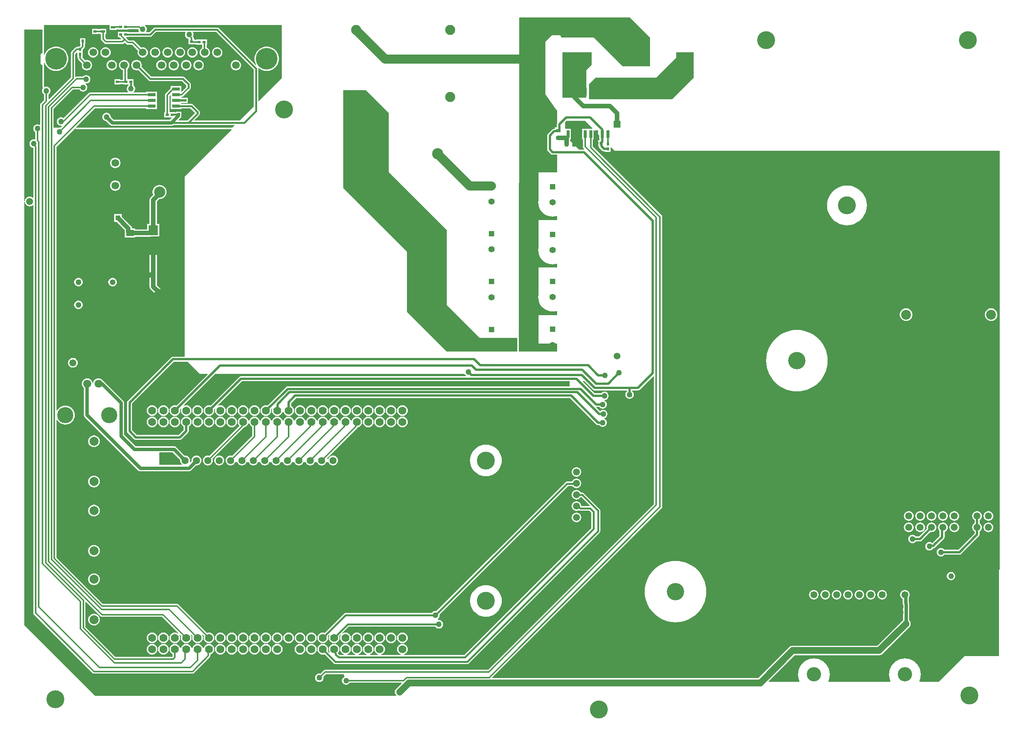
<source format=gbl>
G04*
G04 #@! TF.GenerationSoftware,Altium Limited,Altium Designer,20.2.4 (192)*
G04*
G04 Layer_Physical_Order=2*
G04 Layer_Color=16711680*
%FSLAX24Y24*%
%MOIN*%
G70*
G04*
G04 #@! TF.SameCoordinates,88804F16-18CD-4051-863E-DBC97BB31399*
G04*
G04*
G04 #@! TF.FilePolarity,Positive*
G04*
G01*
G75*
%ADD10C,0.0197*%
%ADD15C,0.0394*%
%ADD19R,0.0315X0.0394*%
%ADD22R,0.0236X0.0276*%
%ADD28R,0.0276X0.0236*%
%ADD29R,0.0394X0.0236*%
%ADD32R,0.0394X0.0315*%
%ADD85C,0.0307*%
%ADD86C,0.0787*%
%ADD87C,0.0315*%
%ADD88C,0.0148*%
%ADD89C,0.0591*%
%ADD90C,0.0150*%
%ADD93C,0.1520*%
%ADD94C,0.0610*%
%ADD95C,0.0866*%
%ADD96R,0.0512X0.0512*%
%ADD97C,0.0551*%
%ADD98R,0.0512X0.0512*%
%ADD99C,0.0512*%
%ADD100C,0.0630*%
%ADD101C,0.1260*%
%ADD102C,0.0768*%
%ADD103C,0.1575*%
%ADD104C,0.0669*%
%ADD105C,0.1907*%
%ADD106C,0.0886*%
%ADD107R,0.0700X0.0700*%
%ADD108C,0.0700*%
%ADD109R,0.0433X0.0433*%
%ADD110C,0.0433*%
%ADD111C,0.0709*%
%ADD112C,0.1417*%
%ADD113C,0.0787*%
%ADD114R,0.0596X0.0596*%
%ADD115C,0.0596*%
%ADD116C,0.0984*%
%ADD117C,0.0500*%
%ADD118R,0.0256X0.0252*%
%ADD119R,0.0256X0.0709*%
%ADD120R,0.0701X0.0283*%
%ADD121R,0.0654X0.0567*%
%ADD122R,0.0846X0.0866*%
G36*
X55171Y61250D02*
Y58700D01*
X52771D01*
X50221Y61250D01*
X47391D01*
X47359Y61289D01*
X47362Y61300D01*
X47351Y61354D01*
X47321Y61399D01*
X47275Y61430D01*
X47221Y61441D01*
X46621D01*
X46567Y61430D01*
X46522Y61399D01*
X46373Y61250D01*
X46022Y60899D01*
X45991Y60854D01*
X45981Y60800D01*
Y56300D01*
X45984Y56285D01*
X45984Y56270D01*
X45989Y56259D01*
X45991Y56246D01*
X46000Y56234D01*
X46006Y56220D01*
X46906Y54920D01*
X46945Y54882D01*
X46996Y54862D01*
X47021Y54837D01*
Y53691D01*
X47016Y53683D01*
X46999Y53598D01*
Y53326D01*
X46806D01*
Y53212D01*
X46762D01*
X46678Y53195D01*
X46606Y53147D01*
X46215Y52756D01*
X46167Y52684D01*
X46150Y52600D01*
Y51400D01*
X46167Y51316D01*
X46215Y51244D01*
X46465Y50994D01*
X46537Y50946D01*
X46621Y50929D01*
X47021D01*
X47021Y49359D01*
X45381D01*
Y46972D01*
X45373Y46939D01*
X45358Y46741D01*
X45373Y46543D01*
X45419Y46350D01*
X45495Y46167D01*
X45599Y45998D01*
X45728Y45847D01*
X45878Y45719D01*
X46048Y45615D01*
X46231Y45539D01*
X46424Y45493D01*
X46621Y45477D01*
X46819Y45493D01*
X46971Y45529D01*
X47021Y45490D01*
Y45155D01*
X45381D01*
Y42768D01*
X45373Y42734D01*
X45358Y42536D01*
X45373Y42339D01*
X45419Y42146D01*
X45495Y41963D01*
X45599Y41794D01*
X45728Y41643D01*
X45878Y41514D01*
X46048Y41410D01*
X46231Y41335D01*
X46424Y41288D01*
X46621Y41273D01*
X46819Y41288D01*
X46971Y41325D01*
X47021Y41285D01*
Y41009D01*
X45381D01*
Y38622D01*
X45373Y38589D01*
X45358Y38391D01*
X45373Y38193D01*
X45419Y38001D01*
X45495Y37817D01*
X45599Y37648D01*
X45728Y37497D01*
X45878Y37369D01*
X46048Y37265D01*
X46231Y37189D01*
X46424Y37143D01*
X46621Y37127D01*
X46819Y37143D01*
X46971Y37179D01*
X47021Y37140D01*
Y36795D01*
X45381D01*
Y34315D01*
X47021D01*
Y33612D01*
X43684Y33612D01*
X43649Y33648D01*
X43698Y63000D01*
X43733D01*
D01*
X53421D01*
X55171Y61250D01*
D02*
G37*
G36*
X7677Y61909D02*
X8307D01*
Y61960D01*
X8388D01*
Y61929D01*
X9332D01*
Y61970D01*
X10217D01*
X10219Y61968D01*
X10232Y61872D01*
X10269Y61783D01*
X10300Y61743D01*
X10275Y61693D01*
X9350D01*
Y61732D01*
X8405D01*
Y61260D01*
X8563D01*
X8586Y61225D01*
X8699Y61112D01*
X8679Y61062D01*
X7443D01*
X7322Y61183D01*
Y61535D01*
X7402D01*
Y62008D01*
X6772D01*
Y61967D01*
X6654D01*
Y62008D01*
X6142D01*
Y61535D01*
X6654D01*
Y61576D01*
X6772D01*
Y61535D01*
X6930D01*
Y61102D01*
X6945Y61027D01*
X6988Y60964D01*
X7224Y60728D01*
X7287Y60685D01*
X7362Y60670D01*
X8803D01*
X8878Y60685D01*
X8942Y60728D01*
X9013Y60799D01*
X9162Y60649D01*
X9226Y60607D01*
X9301Y60592D01*
X9655D01*
X10175Y60072D01*
X10161Y60039D01*
X10146Y59921D01*
X10161Y59803D01*
X10207Y59693D01*
X10279Y59598D01*
X10374Y59526D01*
X10484Y59480D01*
X10602Y59465D01*
X10721Y59480D01*
X10831Y59526D01*
X10925Y59598D01*
X10998Y59693D01*
X11043Y59803D01*
X11059Y59921D01*
X11043Y60039D01*
X10998Y60150D01*
X10925Y60244D01*
X10831Y60317D01*
X10721Y60362D01*
X10602Y60378D01*
X10484Y60362D01*
X10452Y60349D01*
X9875Y60926D01*
X9811Y60968D01*
X9736Y60983D01*
X9382D01*
X9155Y61210D01*
X9157Y61228D01*
X9170Y61260D01*
X9350D01*
Y61299D01*
X11260D01*
X11335Y61314D01*
X11399Y61357D01*
X11766Y61724D01*
X14341D01*
X14360Y61674D01*
X14326Y61592D01*
X14314Y61496D01*
X14326Y61400D01*
X14363Y61310D01*
X14423Y61234D01*
X14499Y61175D01*
X14589Y61137D01*
X14590Y61137D01*
X14626Y61102D01*
Y60630D01*
X15138D01*
Y60651D01*
X15295D01*
Y60591D01*
X15824D01*
Y60315D01*
X15732Y60244D01*
X15660Y60150D01*
X15614Y60039D01*
X15598Y59921D01*
X15614Y59803D01*
X15660Y59693D01*
X15732Y59598D01*
X15827Y59526D01*
X15937Y59480D01*
X16055Y59465D01*
X16173Y59480D01*
X16283Y59526D01*
X16378Y59598D01*
X16451Y59693D01*
X16496Y59803D01*
X16512Y59921D01*
X16496Y60039D01*
X16451Y60150D01*
X16378Y60244D01*
X16283Y60317D01*
X16215Y60345D01*
Y60591D01*
X16240D01*
Y61063D01*
X15295D01*
Y61042D01*
X15138D01*
Y61102D01*
X15078D01*
Y61206D01*
X15063Y61281D01*
X15020Y61344D01*
X15044Y61400D01*
X15056Y61496D01*
X15044Y61592D01*
X15010Y61674D01*
X15029Y61724D01*
X17053D01*
X20354Y58422D01*
Y55183D01*
X19108Y53937D01*
X15147D01*
X15128Y53983D01*
X15550Y54405D01*
X15592Y54469D01*
X15607Y54544D01*
Y54668D01*
X15592Y54744D01*
X15550Y54808D01*
X15018Y55339D01*
X14954Y55382D01*
X14879Y55397D01*
X13975D01*
Y55479D01*
X14049D01*
Y55464D01*
X14561D01*
Y55936D01*
X14049D01*
Y55921D01*
X13975D01*
Y56004D01*
X14021D01*
X14096Y56019D01*
X14160Y56062D01*
X14744Y56646D01*
X14749Y56650D01*
X14792Y56714D01*
X14807Y56789D01*
Y57122D01*
X14792Y57198D01*
X14749Y57261D01*
X14273Y57738D01*
X14209Y57780D01*
X14134Y57795D01*
X11343D01*
X10485Y58654D01*
X10498Y58685D01*
X10514Y58803D01*
X10498Y58921D01*
X10453Y59031D01*
X10380Y59126D01*
X10285Y59199D01*
X10175Y59244D01*
X10057Y59260D01*
X9939Y59244D01*
X9829Y59199D01*
X9734Y59126D01*
X9662Y59031D01*
X9616Y58921D01*
X9600Y58803D01*
X9616Y58685D01*
X9662Y58575D01*
X9734Y58480D01*
X9829Y58408D01*
X9939Y58362D01*
X10057Y58346D01*
X10175Y58362D01*
X10207Y58375D01*
X11123Y57459D01*
X11186Y57417D01*
X11262Y57402D01*
X14052D01*
X14413Y57041D01*
Y56869D01*
X14025Y56481D01*
X13975Y56501D01*
Y56960D01*
X13038D01*
Y56746D01*
X12616Y56324D01*
X12574Y56261D01*
X12559Y56186D01*
Y54674D01*
X12499D01*
Y54202D01*
X13113D01*
X13132Y54155D01*
X12995Y54018D01*
X8048D01*
X7789Y54277D01*
X7780Y54346D01*
X7743Y54436D01*
X7684Y54513D01*
X7607Y54572D01*
X7517Y54609D01*
X7421Y54621D01*
X7325Y54609D01*
X7236Y54572D01*
X7159Y54513D01*
X7100Y54436D01*
X7063Y54346D01*
X7050Y54250D01*
X7063Y54154D01*
X7100Y54064D01*
X7159Y53987D01*
X7236Y53928D01*
X7325Y53891D01*
X7398Y53882D01*
X7737Y53544D01*
X7794Y53499D01*
X7861Y53472D01*
X7933Y53462D01*
X13110D01*
X13182Y53472D01*
X13249Y53499D01*
X13306Y53543D01*
X18649D01*
X18668Y53497D01*
X18471Y53300D01*
X4763D01*
X4744Y53346D01*
X6402Y55004D01*
X10903D01*
Y54940D01*
X11840D01*
Y55440D01*
Y55940D01*
Y56460D01*
X10903D01*
Y56396D01*
X9815D01*
X9798Y56446D01*
X9829Y56470D01*
X9888Y56547D01*
X9926Y56636D01*
X9938Y56732D01*
X9926Y56828D01*
X9888Y56918D01*
X9829Y56995D01*
X9775Y57037D01*
X9792Y57087D01*
X9803D01*
Y57559D01*
X9246D01*
Y58447D01*
X9289Y58480D01*
X9362Y58575D01*
X9408Y58685D01*
X9423Y58803D01*
X9408Y58921D01*
X9362Y59031D01*
X9289Y59126D01*
X9195Y59199D01*
X9085Y59244D01*
X8967Y59260D01*
X8848Y59244D01*
X8738Y59199D01*
X8644Y59126D01*
X8571Y59031D01*
X8525Y58921D01*
X8510Y58803D01*
X8525Y58685D01*
X8571Y58575D01*
X8644Y58480D01*
X8738Y58408D01*
X8848Y58362D01*
X8855Y58361D01*
Y57519D01*
X8622D01*
Y57559D01*
X8110D01*
Y57087D01*
X8622D01*
Y57127D01*
X8858D01*
Y57087D01*
X9360D01*
Y57038D01*
X9304Y56995D01*
X9245Y56918D01*
X9208Y56828D01*
X9196Y56732D01*
X9208Y56636D01*
X9245Y56547D01*
X9304Y56470D01*
X9336Y56446D01*
X9319Y56396D01*
X5971D01*
X5896Y56381D01*
X5833Y56338D01*
X3640Y54146D01*
X3607Y54172D01*
X3517Y54209D01*
X3421Y54221D01*
X3325Y54209D01*
X3236Y54172D01*
X3159Y54113D01*
X3100Y54036D01*
X3063Y53946D01*
X3050Y53850D01*
X3063Y53754D01*
X3100Y53664D01*
X3159Y53587D01*
X3236Y53528D01*
X3325Y53491D01*
X3421Y53479D01*
X3457Y53483D01*
X3481Y53436D01*
X3355Y53310D01*
X3271Y53321D01*
X3175Y53309D01*
X3154Y53300D01*
X2767D01*
Y54969D01*
X4453Y56655D01*
X5041D01*
X5092Y56588D01*
X5169Y56529D01*
X5258Y56492D01*
X5354Y56479D01*
X5450Y56492D01*
X5540Y56529D01*
X5617Y56588D01*
X5676Y56665D01*
X5713Y56754D01*
X5726Y56850D01*
X5713Y56946D01*
X5676Y57036D01*
X5617Y57113D01*
X5576Y57144D01*
X5596Y57192D01*
X5630Y57188D01*
X5726Y57200D01*
X5816Y57238D01*
X5892Y57297D01*
X5951Y57373D01*
X5989Y57463D01*
X6001Y57559D01*
X5989Y57655D01*
X5951Y57745D01*
X5892Y57822D01*
X5816Y57881D01*
X5726Y57918D01*
X5630Y57930D01*
X5534Y57918D01*
X5444Y57881D01*
X5367Y57822D01*
X5347Y57796D01*
X4771D01*
X4717Y57785D01*
X4667Y57817D01*
Y59784D01*
X4793Y59909D01*
X4843Y59889D01*
Y59508D01*
X4898D01*
Y59405D01*
X4913Y59330D01*
X4955Y59266D01*
X5267Y58954D01*
X5254Y58921D01*
X5238Y58803D01*
X5254Y58685D01*
X5299Y58575D01*
X5372Y58480D01*
X5467Y58408D01*
X5577Y58362D01*
X5695Y58346D01*
X5813Y58362D01*
X5923Y58408D01*
X6018Y58480D01*
X6090Y58575D01*
X6136Y58685D01*
X6152Y58803D01*
X6136Y58921D01*
X6090Y59031D01*
X6018Y59126D01*
X5923Y59199D01*
X5813Y59244D01*
X5695Y59260D01*
X5577Y59244D01*
X5544Y59231D01*
X5316Y59458D01*
X5315Y59508D01*
X5315D01*
Y59941D01*
Y60176D01*
X5453Y60314D01*
X5496Y60378D01*
X5511Y60453D01*
Y60669D01*
X5551D01*
Y61181D01*
X5079D01*
Y60669D01*
X5119D01*
Y60534D01*
X5038Y60453D01*
X4843D01*
Y60393D01*
X4803D01*
X4728Y60378D01*
X4665Y60335D01*
X4333Y60003D01*
X4290Y59940D01*
X4276Y59865D01*
Y57731D01*
X2363Y55819D01*
X2317Y55838D01*
Y56236D01*
X2384Y56287D01*
X2443Y56364D01*
X2480Y56454D01*
X2493Y56550D01*
X2480Y56646D01*
X2443Y56736D01*
X2384Y56813D01*
X2307Y56872D01*
X2217Y56909D01*
X2121Y56921D01*
X2025Y56909D01*
X1971Y56886D01*
X1921Y56920D01*
Y58983D01*
X1971Y58993D01*
X2020Y58874D01*
X2109Y58730D01*
X2218Y58602D01*
X2346Y58492D01*
X2490Y58404D01*
X2646Y58340D01*
X2810Y58300D01*
X2978Y58287D01*
X3147Y58300D01*
X3311Y58340D01*
X3466Y58404D01*
X3610Y58492D01*
X3739Y58602D01*
X3848Y58730D01*
X3936Y58874D01*
X4001Y59030D01*
X4040Y59194D01*
X4054Y59362D01*
X4040Y59530D01*
X4001Y59694D01*
X3936Y59850D01*
X3848Y59994D01*
X3739Y60122D01*
X3610Y60232D01*
X3466Y60320D01*
X3311Y60385D01*
X3147Y60424D01*
X2978Y60437D01*
X2810Y60424D01*
X2646Y60385D01*
X2490Y60320D01*
X2346Y60232D01*
X2218Y60122D01*
X2109Y59994D01*
X2020Y59850D01*
X1971Y59732D01*
X1921Y59742D01*
Y62323D01*
X7677D01*
Y61909D01*
D02*
G37*
G36*
X50056Y58834D02*
X49571Y58350D01*
Y56000D01*
X49521Y55950D01*
X47471D01*
Y59950D01*
X49421D01*
X49440Y59931D01*
X49458Y59950D01*
X50056D01*
Y58834D01*
D02*
G37*
G36*
X22821Y57650D02*
X20794Y55623D01*
X20748Y55642D01*
Y58504D01*
X20742Y58532D01*
X20788Y58559D01*
X20866Y58492D01*
X21010Y58404D01*
X21166Y58340D01*
X21330Y58300D01*
X21498Y58287D01*
X21666Y58300D01*
X21830Y58340D01*
X21986Y58404D01*
X22130Y58492D01*
X22258Y58602D01*
X22368Y58730D01*
X22456Y58874D01*
X22521Y59030D01*
X22560Y59194D01*
X22573Y59362D01*
X22560Y59530D01*
X22521Y59694D01*
X22456Y59850D01*
X22368Y59994D01*
X22258Y60122D01*
X22130Y60232D01*
X21986Y60320D01*
X21830Y60385D01*
X21666Y60424D01*
X21498Y60437D01*
X21330Y60424D01*
X21166Y60385D01*
X21010Y60320D01*
X20866Y60232D01*
X20738Y60122D01*
X20628Y59994D01*
X20540Y59850D01*
X20475Y59694D01*
X20436Y59530D01*
X20423Y59362D01*
X20436Y59194D01*
X20475Y59030D01*
X20540Y58874D01*
X20556Y58849D01*
X20516Y58817D01*
X17273Y62060D01*
X17209Y62103D01*
X17134Y62118D01*
X11685D01*
X11609Y62103D01*
X11546Y62060D01*
X11178Y61693D01*
X10906D01*
X10881Y61743D01*
X10912Y61783D01*
X10949Y61872D01*
X10962Y61968D01*
X10949Y62065D01*
X10912Y62154D01*
X10853Y62231D01*
X10799Y62273D01*
X10816Y62323D01*
X22821D01*
X22821Y57650D01*
D02*
G37*
G36*
X59021Y57700D02*
X57121Y55800D01*
X49821D01*
Y57150D01*
X50371Y57700D01*
X55721D01*
X57471Y59450D01*
Y59950D01*
X59021D01*
Y57700D01*
D02*
G37*
G36*
X13038Y56127D02*
Y55940D01*
Y55440D01*
Y54940D01*
X13975D01*
Y55003D01*
X14797D01*
X15194Y54606D01*
X14525Y53937D01*
X13766D01*
X13746Y53983D01*
X13932Y54169D01*
X13977Y54227D01*
X13977Y54227D01*
X14003D01*
Y54291D01*
X14004Y54294D01*
X14014Y54366D01*
X14004Y54438D01*
X14003Y54441D01*
Y54716D01*
X13511D01*
Y54652D01*
X13444D01*
Y54674D01*
X12950D01*
Y56105D01*
X12992Y56146D01*
X13038Y56127D01*
D02*
G37*
G36*
X1801Y59889D02*
X1764Y59859D01*
X1710Y59848D01*
X1665Y59818D01*
X1634Y59772D01*
X1623Y59719D01*
X1621Y58983D01*
X1631Y58929D01*
X1662Y58884D01*
X1707Y58853D01*
X1761Y58842D01*
X1762Y58842D01*
X1801Y58811D01*
Y56920D01*
X1803Y56908D01*
Y56896D01*
X1808Y56885D01*
X1810Y56874D01*
X1817Y56864D01*
X1821Y56853D01*
X1826Y56848D01*
X1830Y56843D01*
X1836Y56835D01*
X1836Y56786D01*
X1830Y56776D01*
X1800Y56736D01*
X1763Y56646D01*
X1750Y56550D01*
X1763Y56454D01*
X1800Y56364D01*
X1859Y56287D01*
X1926Y56236D01*
Y55731D01*
X1633Y55439D01*
X1590Y55375D01*
X1576Y55300D01*
Y53571D01*
X1526Y53551D01*
X1444Y53585D01*
X1347Y53597D01*
X1251Y53585D01*
X1162Y53548D01*
X1085Y53489D01*
X1026Y53412D01*
X989Y53322D01*
X976Y53226D01*
X989Y53130D01*
X1026Y53041D01*
X1085Y52964D01*
X1152Y52912D01*
Y52292D01*
X1102Y52261D01*
X1021Y52271D01*
X925Y52259D01*
X836Y52222D01*
X759Y52163D01*
X700Y52086D01*
X663Y51996D01*
X650Y51900D01*
X663Y51804D01*
X700Y51714D01*
X759Y51637D01*
X836Y51578D01*
X925Y51541D01*
X985Y51533D01*
Y47165D01*
X935Y47140D01*
X883Y47181D01*
X780Y47223D01*
X669Y47238D01*
X559Y47223D01*
X456Y47181D01*
X367Y47113D01*
X300Y47024D01*
X257Y46922D01*
X247Y46845D01*
X197Y46848D01*
X197Y61950D01*
X1801D01*
Y59889D01*
D02*
G37*
G36*
X49463Y53900D02*
X50105Y53258D01*
X50085Y53212D01*
X49725D01*
Y53212D01*
X49717D01*
Y53212D01*
X49225D01*
Y52267D01*
X49276D01*
Y51650D01*
X49290Y51575D01*
X49333Y51512D01*
X49436Y51409D01*
X49411Y51363D01*
X49371Y51371D01*
X48950D01*
X48159Y52162D01*
Y52267D01*
X48217D01*
Y53212D01*
X47771D01*
X47721Y53261D01*
X47721Y53788D01*
X47833Y53900D01*
X49463Y53900D01*
D02*
G37*
G36*
X32221Y54600D02*
Y49400D01*
X37321Y44300D01*
Y37700D01*
X40221Y34800D01*
X43495Y34800D01*
X43530Y34765D01*
X43528Y33648D01*
X43528Y33648D01*
X43528Y33648D01*
X43499Y33606D01*
X43487Y33600D01*
X37321D01*
X33821Y37100D01*
X33821Y42400D01*
X28221Y48000D01*
X28221Y56600D01*
X30221D01*
X32221Y54600D01*
D02*
G37*
G36*
X4678Y53215D02*
X4717Y53189D01*
X4763Y53180D01*
X18386D01*
X18405Y53133D01*
X14271Y49000D01*
X14271Y33144D01*
X13248D01*
X13164Y33127D01*
X13092Y33079D01*
X9283Y29270D01*
X9235Y29199D01*
X9218Y29114D01*
Y26594D01*
X9235Y26510D01*
X9283Y26438D01*
X9834Y25887D01*
X9906Y25839D01*
X9990Y25823D01*
X13848D01*
X13933Y25839D01*
X14005Y25887D01*
X14577Y26460D01*
X14625Y26532D01*
X14642Y26616D01*
Y26985D01*
X14657Y26991D01*
X14755Y27066D01*
X14830Y27164D01*
X14877Y27278D01*
X14893Y27400D01*
X14877Y27522D01*
X14830Y27636D01*
X14755Y27734D01*
X14657Y27809D01*
X14543Y27856D01*
X14421Y27872D01*
X14299Y27856D01*
X14185Y27809D01*
X14087Y27734D01*
X14012Y27636D01*
X13965Y27522D01*
X13949Y27400D01*
X13965Y27278D01*
X14012Y27164D01*
X14087Y27066D01*
X14185Y26991D01*
X14200Y26985D01*
Y26708D01*
X13757Y26264D01*
X10082D01*
X9660Y26686D01*
Y29023D01*
X13339Y32702D01*
X14569D01*
X15621Y31650D01*
X16294D01*
X16313Y31604D01*
X13559Y28850D01*
X13543Y28856D01*
X13421Y28872D01*
X13299Y28856D01*
X13185Y28809D01*
X13087Y28734D01*
X13012Y28636D01*
X12965Y28522D01*
X12949Y28400D01*
X12965Y28278D01*
X13012Y28164D01*
X13087Y28066D01*
X13185Y27991D01*
X13299Y27944D01*
X13421Y27928D01*
X13543Y27944D01*
X13657Y27991D01*
X13755Y28066D01*
X13830Y28164D01*
X13877Y28278D01*
X13893Y28400D01*
X13877Y28522D01*
X13871Y28537D01*
X13950Y28617D01*
X13993Y28588D01*
X13965Y28522D01*
X13949Y28400D01*
X13965Y28278D01*
X14012Y28164D01*
X14087Y28066D01*
X14185Y27991D01*
X14299Y27944D01*
X14421Y27928D01*
X14543Y27944D01*
X14657Y27991D01*
X14755Y28066D01*
X14830Y28164D01*
X14877Y28278D01*
X14893Y28400D01*
X14877Y28522D01*
X14830Y28636D01*
X14755Y28734D01*
X14657Y28809D01*
X14543Y28856D01*
X14421Y28872D01*
X14299Y28856D01*
X14233Y28829D01*
X14204Y28871D01*
X16983Y31650D01*
X38885Y31650D01*
X38900Y31614D01*
X38959Y31537D01*
X39025Y31487D01*
X39015Y31441D01*
X39012Y31437D01*
X19237D01*
X19153Y31420D01*
X19081Y31372D01*
X16559Y28850D01*
X16543Y28856D01*
X16421Y28872D01*
X16299Y28856D01*
X16185Y28809D01*
X16087Y28734D01*
X16012Y28636D01*
X15965Y28522D01*
X15949Y28400D01*
X15965Y28278D01*
X16012Y28164D01*
X16087Y28066D01*
X16185Y27991D01*
X16299Y27944D01*
X16421Y27928D01*
X16543Y27944D01*
X16657Y27991D01*
X16755Y28066D01*
X16830Y28164D01*
X16877Y28278D01*
X16893Y28400D01*
X16877Y28522D01*
X16871Y28537D01*
X16950Y28617D01*
X16993Y28588D01*
X16965Y28522D01*
X16949Y28400D01*
X16965Y28278D01*
X17012Y28164D01*
X17087Y28066D01*
X17185Y27991D01*
X17299Y27944D01*
X17421Y27928D01*
X17543Y27944D01*
X17657Y27991D01*
X17755Y28066D01*
X17830Y28164D01*
X17877Y28278D01*
X17893Y28400D01*
X17877Y28522D01*
X17830Y28636D01*
X17755Y28734D01*
X17657Y28809D01*
X17543Y28856D01*
X17421Y28872D01*
X17299Y28856D01*
X17233Y28829D01*
X17204Y28871D01*
X19328Y30995D01*
X48121D01*
X48121Y30575D01*
X48086Y30540D01*
X23340D01*
X23256Y30523D01*
X23184Y30475D01*
X21559Y28850D01*
X21543Y28856D01*
X21421Y28872D01*
X21299Y28856D01*
X21185Y28809D01*
X21087Y28734D01*
X21012Y28636D01*
X20965Y28522D01*
X20949Y28400D01*
X20965Y28278D01*
X21012Y28164D01*
X21087Y28066D01*
X21185Y27991D01*
X21299Y27944D01*
X21421Y27928D01*
X21543Y27944D01*
X21657Y27991D01*
X21755Y28066D01*
X21830Y28164D01*
X21877Y28278D01*
X21893Y28400D01*
X21877Y28522D01*
X21871Y28537D01*
X21950Y28617D01*
X21993Y28588D01*
X21965Y28522D01*
X21949Y28400D01*
X21965Y28278D01*
X22012Y28164D01*
X22087Y28066D01*
X22185Y27991D01*
X22299Y27944D01*
X22421Y27928D01*
X22543Y27944D01*
X22657Y27991D01*
X22755Y28066D01*
X22830Y28164D01*
X22872Y28264D01*
X22893Y28259D01*
X22949D01*
X22971Y28264D01*
X23012Y28164D01*
X23087Y28066D01*
X23185Y27991D01*
X23299Y27944D01*
X23421Y27928D01*
X23543Y27944D01*
X23657Y27991D01*
X23755Y28066D01*
X23830Y28164D01*
X23877Y28278D01*
X23893Y28400D01*
X23877Y28522D01*
X23830Y28636D01*
X23755Y28734D01*
X23657Y28809D01*
X23642Y28815D01*
Y29059D01*
X24088Y29504D01*
X48155D01*
X50465Y27194D01*
X50537Y27146D01*
X50621Y27129D01*
X50727D01*
X50759Y27087D01*
X50836Y27028D01*
X50925Y26991D01*
X51021Y26979D01*
X51117Y26991D01*
X51207Y27028D01*
X51284Y27087D01*
X51343Y27164D01*
X51380Y27254D01*
X51393Y27350D01*
X51380Y27446D01*
X51343Y27536D01*
X51284Y27613D01*
X51207Y27672D01*
X51162Y27690D01*
X51167Y27739D01*
X51168Y27742D01*
X51257Y27778D01*
X51334Y27837D01*
X51393Y27914D01*
X51430Y28004D01*
X51443Y28100D01*
X51430Y28196D01*
X51393Y28286D01*
X51334Y28363D01*
X51257Y28422D01*
X51167Y28459D01*
X51071Y28471D01*
X50975Y28459D01*
X50886Y28422D01*
X50809Y28363D01*
X50773Y28360D01*
X50454Y28680D01*
X50475Y28730D01*
X50726D01*
X50758Y28688D01*
X50835Y28629D01*
X50925Y28592D01*
X51021Y28579D01*
X51117Y28592D01*
X51207Y28629D01*
X51283Y28688D01*
X51342Y28765D01*
X51380Y28854D01*
X51392Y28950D01*
X51380Y29046D01*
X51342Y29136D01*
X51283Y29213D01*
X51207Y29272D01*
X51188Y29280D01*
X51195Y29331D01*
X51275Y29341D01*
X51364Y29378D01*
X51441Y29437D01*
X51500Y29514D01*
X51537Y29604D01*
X51550Y29700D01*
X51537Y29796D01*
X51500Y29886D01*
X51441Y29963D01*
X51364Y30022D01*
X51275Y30059D01*
X51179Y30071D01*
X51083Y30059D01*
X50993Y30022D01*
X50916Y29963D01*
X50884Y29921D01*
X50313D01*
X49280Y30954D01*
X49299Y31000D01*
X49409D01*
X50162Y30247D01*
X50233Y30200D01*
X50318Y30183D01*
X53165D01*
Y30108D01*
X53123Y30076D01*
X53064Y29999D01*
X53027Y29909D01*
X53015Y29813D01*
X53027Y29717D01*
X53064Y29627D01*
X53123Y29550D01*
X53200Y29491D01*
X53290Y29454D01*
X53386Y29442D01*
X53482Y29454D01*
X53571Y29491D01*
X53648Y29550D01*
X53707Y29627D01*
X53744Y29717D01*
X53757Y29813D01*
X53744Y29909D01*
X53707Y29999D01*
X53648Y30076D01*
X53607Y30108D01*
Y30183D01*
X54125D01*
X54209Y30200D01*
X54281Y30247D01*
X55479Y31446D01*
X55526Y31427D01*
Y20181D01*
X55071Y19727D01*
D01*
X49745Y14400D01*
X49745Y14400D01*
X40940Y5596D01*
X26621D01*
X26546Y5581D01*
X26483Y5538D01*
X26205Y5260D01*
X26121Y5271D01*
X26025Y5259D01*
X25936Y5222D01*
X25859Y5163D01*
X25800Y5086D01*
X25763Y4996D01*
X25750Y4900D01*
X25763Y4804D01*
X25800Y4714D01*
X25859Y4637D01*
X25936Y4578D01*
X26025Y4541D01*
X26121Y4529D01*
X26217Y4541D01*
X26307Y4578D01*
X26384Y4637D01*
X26443Y4714D01*
X26480Y4804D01*
X26493Y4900D01*
X26482Y4984D01*
X26702Y5204D01*
X28283D01*
X28286Y5162D01*
X28334Y4991D01*
X28286Y4972D01*
X28209Y4913D01*
X28150Y4836D01*
X28113Y4746D01*
X28100Y4650D01*
X28113Y4554D01*
X28150Y4464D01*
X28209Y4387D01*
X28286Y4328D01*
X28375Y4291D01*
X28471Y4279D01*
X28567Y4291D01*
X28657Y4328D01*
X28734Y4387D01*
X28785Y4454D01*
X33321D01*
X33340Y4408D01*
X32876Y3945D01*
X32810Y3858D01*
X32769Y3758D01*
X32754Y3650D01*
X32769Y3542D01*
X32810Y3442D01*
X32876Y3355D01*
X32887Y3347D01*
X32871Y3300D01*
X6424Y3300D01*
X197Y9528D01*
X197Y46774D01*
X247Y46777D01*
X257Y46701D01*
X300Y46598D01*
X367Y46509D01*
X456Y46441D01*
X559Y46399D01*
X669Y46384D01*
X780Y46399D01*
X883Y46441D01*
X935Y46482D01*
X985Y46457D01*
Y10590D01*
X1000Y10515D01*
X1043Y10452D01*
X6183Y5312D01*
X6246Y5269D01*
X6321Y5254D01*
X14971D01*
X15046Y5269D01*
X15110Y5312D01*
X16488Y6690D01*
X16531Y6754D01*
X16545Y6829D01*
Y6945D01*
X16657Y6991D01*
X16755Y7066D01*
X16830Y7164D01*
X16877Y7278D01*
X16893Y7400D01*
X16877Y7522D01*
X16830Y7636D01*
X16755Y7734D01*
X16657Y7809D01*
X16543Y7856D01*
X16421Y7872D01*
X16299Y7856D01*
X16185Y7809D01*
X16087Y7734D01*
X16012Y7636D01*
X15971Y7536D01*
X15949Y7540D01*
X15893D01*
X15872Y7536D01*
X15830Y7636D01*
X15755Y7734D01*
X15657Y7809D01*
X15543Y7856D01*
X15421Y7872D01*
X15299Y7856D01*
X15185Y7809D01*
X15087Y7734D01*
X15012Y7636D01*
X14971Y7536D01*
X14949Y7540D01*
X14893D01*
X14872Y7536D01*
X14830Y7636D01*
X14755Y7734D01*
X14657Y7809D01*
X14543Y7856D01*
X14421Y7872D01*
X14299Y7856D01*
X14185Y7809D01*
X14087Y7734D01*
X14012Y7636D01*
X13971Y7536D01*
X13949Y7540D01*
X13893D01*
X13872Y7536D01*
X13830Y7636D01*
X13755Y7734D01*
X13657Y7809D01*
X13543Y7856D01*
X13421Y7872D01*
X13299Y7856D01*
X13185Y7809D01*
X13087Y7734D01*
X13012Y7636D01*
X12965Y7522D01*
X12949Y7400D01*
X12965Y7278D01*
X13012Y7164D01*
X13087Y7066D01*
X13185Y6991D01*
X13226Y6974D01*
Y6781D01*
X13190Y6746D01*
X8202D01*
X5567Y9381D01*
Y11562D01*
X5613Y11581D01*
X6883Y10312D01*
X6946Y10269D01*
X7021Y10254D01*
X12290D01*
X13723Y8822D01*
X13690Y8784D01*
X13657Y8809D01*
X13543Y8856D01*
X13421Y8872D01*
X13299Y8856D01*
X13185Y8809D01*
X13087Y8734D01*
X13012Y8636D01*
X12965Y8522D01*
X12949Y8400D01*
X12965Y8278D01*
X13012Y8164D01*
X13087Y8066D01*
X13185Y7991D01*
X13299Y7944D01*
X13421Y7928D01*
X13543Y7944D01*
X13657Y7991D01*
X13755Y8066D01*
X13830Y8164D01*
X13877Y8278D01*
X13893Y8400D01*
X13877Y8522D01*
X13830Y8636D01*
X13805Y8669D01*
X13843Y8702D01*
X13982Y8563D01*
X13965Y8522D01*
X13949Y8400D01*
X13965Y8278D01*
X14012Y8164D01*
X14087Y8066D01*
X14185Y7991D01*
X14299Y7944D01*
X14421Y7928D01*
X14543Y7944D01*
X14657Y7991D01*
X14755Y8066D01*
X14830Y8164D01*
X14877Y8278D01*
X14893Y8400D01*
X14877Y8522D01*
X14830Y8636D01*
X14805Y8669D01*
X14843Y8702D01*
X14982Y8563D01*
X14965Y8522D01*
X14949Y8400D01*
X14965Y8278D01*
X15012Y8164D01*
X15087Y8066D01*
X15185Y7991D01*
X15299Y7944D01*
X15421Y7928D01*
X15543Y7944D01*
X15657Y7991D01*
X15755Y8066D01*
X15830Y8164D01*
X15877Y8278D01*
X15893Y8400D01*
X15877Y8522D01*
X15830Y8636D01*
X15805Y8669D01*
X15843Y8702D01*
X15982Y8563D01*
X15965Y8522D01*
X15949Y8400D01*
X15965Y8278D01*
X16012Y8164D01*
X16087Y8066D01*
X16185Y7991D01*
X16299Y7944D01*
X16421Y7928D01*
X16543Y7944D01*
X16657Y7991D01*
X16755Y8066D01*
X16830Y8164D01*
X16877Y8278D01*
X16893Y8400D01*
X16877Y8522D01*
X16830Y8636D01*
X16755Y8734D01*
X16657Y8809D01*
X16543Y8856D01*
X16421Y8872D01*
X16299Y8856D01*
X16259Y8839D01*
X13760Y11338D01*
X13696Y11381D01*
X13621Y11396D01*
X7103D01*
X3017Y15481D01*
Y27601D01*
X3067Y27614D01*
X3101Y27549D01*
X3205Y27423D01*
X3331Y27320D01*
X3474Y27243D01*
X3630Y27196D01*
X3792Y27180D01*
X3954Y27196D01*
X4110Y27243D01*
X4254Y27320D01*
X4380Y27423D01*
X4483Y27549D01*
X4560Y27693D01*
X4607Y27849D01*
X4623Y28011D01*
X4607Y28173D01*
X4560Y28329D01*
X4483Y28472D01*
X4380Y28598D01*
X4254Y28701D01*
X4110Y28778D01*
X3954Y28826D01*
X3792Y28842D01*
X3630Y28826D01*
X3474Y28778D01*
X3331Y28701D01*
X3205Y28598D01*
X3101Y28472D01*
X3067Y28408D01*
X3017Y28420D01*
Y51619D01*
X4616Y53218D01*
X4627Y53222D01*
X4678Y53215D01*
D02*
G37*
G36*
X50725Y52638D02*
Y52267D01*
X50750D01*
Y52194D01*
X50630D01*
Y51706D01*
X50684D01*
Y51666D01*
X50701Y51582D01*
X50749Y51510D01*
X50982Y51277D01*
X51053Y51229D01*
X51138Y51213D01*
X51235D01*
Y51178D01*
X51707D01*
Y51585D01*
X51757Y51605D01*
X52103Y51260D01*
X85906Y51260D01*
X85906Y14400D01*
X85866D01*
X85866Y6800D01*
X82821D01*
Y6800D01*
X80571Y4550D01*
X78876D01*
X78842Y4600D01*
X78913Y4770D01*
X78964Y4982D01*
X78981Y5200D01*
X78964Y5418D01*
X78913Y5630D01*
X78829Y5832D01*
X78715Y6019D01*
X78573Y6185D01*
X78407Y6327D01*
X78220Y6441D01*
X78018Y6525D01*
X77806Y6576D01*
X77588Y6593D01*
X77370Y6576D01*
X77157Y6525D01*
X76955Y6441D01*
X76769Y6327D01*
X76603Y6185D01*
X76461Y6019D01*
X76347Y5832D01*
X76263Y5630D01*
X76212Y5418D01*
X76195Y5200D01*
X76212Y4982D01*
X76263Y4770D01*
X76333Y4600D01*
X76300Y4550D01*
X70876Y4550D01*
X70842Y4600D01*
X70913Y4770D01*
X70964Y4982D01*
X70981Y5200D01*
X70964Y5418D01*
X70913Y5630D01*
X70829Y5832D01*
X70715Y6019D01*
X70573Y6185D01*
X70407Y6327D01*
X70220Y6441D01*
X70018Y6525D01*
X69806Y6576D01*
X69588Y6593D01*
X69370Y6576D01*
X69157Y6525D01*
X68955Y6441D01*
X68769Y6327D01*
X68603Y6185D01*
X68461Y6019D01*
X68347Y5832D01*
X68263Y5630D01*
X68212Y5418D01*
X68195Y5200D01*
X68212Y4982D01*
X68263Y4770D01*
X68333Y4600D01*
X68300Y4550D01*
X65626D01*
X65607Y4596D01*
X67894Y6883D01*
X75331D01*
X75332Y6883D01*
X75439Y6897D01*
X75540Y6939D01*
X75626Y7005D01*
X77972Y9351D01*
X78038Y9437D01*
X78080Y9538D01*
X78094Y9646D01*
X78080Y9754D01*
X78038Y9854D01*
X77972Y9941D01*
X77969Y9943D01*
Y10630D01*
Y11181D01*
Y11412D01*
X77960Y11483D01*
X77932Y11549D01*
X77920Y11565D01*
Y11938D01*
X77957Y11987D01*
X78000Y12090D01*
X78015Y12200D01*
X78000Y12310D01*
X77957Y12413D01*
X77890Y12502D01*
X77801Y12570D01*
X77698Y12612D01*
X77588Y12627D01*
X77477Y12612D01*
X77374Y12570D01*
X77286Y12502D01*
X77218Y12413D01*
X77175Y12310D01*
X77161Y12200D01*
X77175Y12090D01*
X77218Y11987D01*
X77286Y11898D01*
X77372Y11832D01*
Y11461D01*
X77381Y11390D01*
X77408Y11324D01*
X77420Y11308D01*
Y11181D01*
Y10630D01*
Y9970D01*
X77382Y9941D01*
X75159Y7717D01*
X67721D01*
X67721Y7717D01*
X67613Y7703D01*
X67513Y7661D01*
X67426Y7595D01*
X67426Y7595D01*
X64699Y4867D01*
X41330D01*
X41311Y4913D01*
X50992Y14594D01*
X56207Y19809D01*
X56250Y19873D01*
X56265Y19948D01*
Y45452D01*
X56250Y45527D01*
X56207Y45591D01*
X50167Y51631D01*
Y52267D01*
X50217D01*
Y53080D01*
X50264Y53099D01*
X50725Y52638D01*
D02*
G37*
%LPC*%
G36*
X17146Y60378D02*
X17027Y60362D01*
X16917Y60317D01*
X16823Y60244D01*
X16750Y60150D01*
X16705Y60039D01*
X16689Y59921D01*
X16705Y59803D01*
X16750Y59693D01*
X16823Y59598D01*
X16917Y59526D01*
X17027Y59480D01*
X17146Y59465D01*
X17264Y59480D01*
X17374Y59526D01*
X17469Y59598D01*
X17541Y59693D01*
X17587Y59803D01*
X17602Y59921D01*
X17587Y60039D01*
X17541Y60150D01*
X17469Y60244D01*
X17374Y60317D01*
X17264Y60362D01*
X17146Y60378D01*
D02*
G37*
G36*
X14965D02*
X14846Y60362D01*
X14736Y60317D01*
X14642Y60244D01*
X14569Y60150D01*
X14523Y60039D01*
X14508Y59921D01*
X14523Y59803D01*
X14569Y59693D01*
X14642Y59598D01*
X14736Y59526D01*
X14846Y59480D01*
X14965Y59465D01*
X15083Y59480D01*
X15193Y59526D01*
X15287Y59598D01*
X15360Y59693D01*
X15406Y59803D01*
X15421Y59921D01*
X15406Y60039D01*
X15360Y60150D01*
X15287Y60244D01*
X15193Y60317D01*
X15083Y60362D01*
X14965Y60378D01*
D02*
G37*
G36*
X13874D02*
X13756Y60362D01*
X13646Y60317D01*
X13551Y60244D01*
X13479Y60150D01*
X13433Y60039D01*
X13417Y59921D01*
X13433Y59803D01*
X13479Y59693D01*
X13551Y59598D01*
X13646Y59526D01*
X13756Y59480D01*
X13874Y59465D01*
X13992Y59480D01*
X14102Y59526D01*
X14197Y59598D01*
X14269Y59693D01*
X14315Y59803D01*
X14331Y59921D01*
X14315Y60039D01*
X14269Y60150D01*
X14197Y60244D01*
X14102Y60317D01*
X13992Y60362D01*
X13874Y60378D01*
D02*
G37*
G36*
X12783D02*
X12665Y60362D01*
X12555Y60317D01*
X12461Y60244D01*
X12388Y60150D01*
X12342Y60039D01*
X12327Y59921D01*
X12342Y59803D01*
X12388Y59693D01*
X12461Y59598D01*
X12555Y59526D01*
X12665Y59480D01*
X12783Y59465D01*
X12902Y59480D01*
X13012Y59526D01*
X13106Y59598D01*
X13179Y59693D01*
X13225Y59803D01*
X13240Y59921D01*
X13225Y60039D01*
X13179Y60150D01*
X13106Y60244D01*
X13012Y60317D01*
X12902Y60362D01*
X12783Y60378D01*
D02*
G37*
G36*
X11693D02*
X11575Y60362D01*
X11465Y60317D01*
X11370Y60244D01*
X11297Y60150D01*
X11252Y60039D01*
X11236Y59921D01*
X11252Y59803D01*
X11297Y59693D01*
X11370Y59598D01*
X11465Y59526D01*
X11575Y59480D01*
X11693Y59465D01*
X11811Y59480D01*
X11921Y59526D01*
X12016Y59598D01*
X12088Y59693D01*
X12134Y59803D01*
X12150Y59921D01*
X12134Y60039D01*
X12088Y60150D01*
X12016Y60244D01*
X11921Y60317D01*
X11811Y60362D01*
X11693Y60378D01*
D02*
G37*
G36*
X7331D02*
X7213Y60362D01*
X7102Y60317D01*
X7008Y60244D01*
X6935Y60150D01*
X6890Y60039D01*
X6874Y59921D01*
X6890Y59803D01*
X6935Y59693D01*
X7008Y59598D01*
X7102Y59526D01*
X7213Y59480D01*
X7331Y59465D01*
X7449Y59480D01*
X7559Y59526D01*
X7654Y59598D01*
X7726Y59693D01*
X7772Y59803D01*
X7787Y59921D01*
X7772Y60039D01*
X7726Y60150D01*
X7654Y60244D01*
X7559Y60317D01*
X7449Y60362D01*
X7331Y60378D01*
D02*
G37*
G36*
X6240D02*
X6122Y60362D01*
X6012Y60317D01*
X5917Y60244D01*
X5845Y60150D01*
X5799Y60039D01*
X5783Y59921D01*
X5799Y59803D01*
X5845Y59693D01*
X5917Y59598D01*
X6012Y59526D01*
X6122Y59480D01*
X6240Y59465D01*
X6358Y59480D01*
X6468Y59526D01*
X6563Y59598D01*
X6636Y59693D01*
X6681Y59803D01*
X6697Y59921D01*
X6681Y60039D01*
X6636Y60150D01*
X6563Y60244D01*
X6468Y60317D01*
X6358Y60362D01*
X6240Y60378D01*
D02*
G37*
G36*
X18781Y59260D02*
X18663Y59244D01*
X18553Y59199D01*
X18459Y59126D01*
X18386Y59031D01*
X18340Y58921D01*
X18325Y58803D01*
X18340Y58685D01*
X18386Y58575D01*
X18459Y58480D01*
X18553Y58408D01*
X18663Y58362D01*
X18781Y58346D01*
X18900Y58362D01*
X19010Y58408D01*
X19104Y58480D01*
X19177Y58575D01*
X19223Y58685D01*
X19238Y58803D01*
X19223Y58921D01*
X19177Y59031D01*
X19104Y59126D01*
X19010Y59199D01*
X18900Y59244D01*
X18781Y59260D01*
D02*
G37*
G36*
X15510D02*
X15392Y59244D01*
X15282Y59199D01*
X15187Y59126D01*
X15114Y59031D01*
X15069Y58921D01*
X15053Y58803D01*
X15069Y58685D01*
X15114Y58575D01*
X15187Y58480D01*
X15282Y58408D01*
X15392Y58362D01*
X15510Y58346D01*
X15628Y58362D01*
X15738Y58408D01*
X15833Y58480D01*
X15905Y58575D01*
X15951Y58685D01*
X15967Y58803D01*
X15951Y58921D01*
X15905Y59031D01*
X15833Y59126D01*
X15738Y59199D01*
X15628Y59244D01*
X15510Y59260D01*
D02*
G37*
G36*
X14419D02*
X14301Y59244D01*
X14191Y59199D01*
X14096Y59126D01*
X14024Y59031D01*
X13978Y58921D01*
X13963Y58803D01*
X13978Y58685D01*
X14024Y58575D01*
X14096Y58480D01*
X14191Y58408D01*
X14301Y58362D01*
X14419Y58346D01*
X14537Y58362D01*
X14648Y58408D01*
X14742Y58480D01*
X14815Y58575D01*
X14860Y58685D01*
X14876Y58803D01*
X14860Y58921D01*
X14815Y59031D01*
X14742Y59126D01*
X14648Y59199D01*
X14537Y59244D01*
X14419Y59260D01*
D02*
G37*
G36*
X13329D02*
X13211Y59244D01*
X13100Y59199D01*
X13006Y59126D01*
X12933Y59031D01*
X12888Y58921D01*
X12872Y58803D01*
X12888Y58685D01*
X12933Y58575D01*
X13006Y58480D01*
X13100Y58408D01*
X13211Y58362D01*
X13329Y58346D01*
X13447Y58362D01*
X13557Y58408D01*
X13652Y58480D01*
X13724Y58575D01*
X13770Y58685D01*
X13785Y58803D01*
X13770Y58921D01*
X13724Y59031D01*
X13652Y59126D01*
X13557Y59199D01*
X13447Y59244D01*
X13329Y59260D01*
D02*
G37*
G36*
X12238D02*
X12120Y59244D01*
X12010Y59199D01*
X11915Y59126D01*
X11843Y59031D01*
X11797Y58921D01*
X11782Y58803D01*
X11797Y58685D01*
X11843Y58575D01*
X11915Y58480D01*
X12010Y58408D01*
X12120Y58362D01*
X12238Y58346D01*
X12356Y58362D01*
X12467Y58408D01*
X12561Y58480D01*
X12634Y58575D01*
X12679Y58685D01*
X12695Y58803D01*
X12679Y58921D01*
X12634Y59031D01*
X12561Y59126D01*
X12467Y59199D01*
X12356Y59244D01*
X12238Y59260D01*
D02*
G37*
G36*
X7876D02*
X7758Y59244D01*
X7648Y59199D01*
X7553Y59126D01*
X7480Y59031D01*
X7435Y58921D01*
X7419Y58803D01*
X7435Y58685D01*
X7480Y58575D01*
X7553Y58480D01*
X7648Y58408D01*
X7758Y58362D01*
X7876Y58346D01*
X7994Y58362D01*
X8104Y58408D01*
X8199Y58480D01*
X8271Y58575D01*
X8317Y58685D01*
X8333Y58803D01*
X8317Y58921D01*
X8271Y59031D01*
X8199Y59126D01*
X8104Y59199D01*
X7994Y59244D01*
X7876Y59260D01*
D02*
G37*
G36*
X8185Y50657D02*
X8067Y50641D01*
X7957Y50595D01*
X7862Y50523D01*
X7789Y50428D01*
X7744Y50318D01*
X7728Y50200D01*
X7744Y50082D01*
X7789Y49972D01*
X7862Y49877D01*
X7957Y49805D01*
X8067Y49759D01*
X8185Y49743D01*
X8303Y49759D01*
X8413Y49805D01*
X8508Y49877D01*
X8580Y49972D01*
X8626Y50082D01*
X8642Y50200D01*
X8626Y50318D01*
X8580Y50428D01*
X8508Y50523D01*
X8413Y50595D01*
X8303Y50641D01*
X8185Y50657D01*
D02*
G37*
G36*
Y48657D02*
X8067Y48641D01*
X7957Y48595D01*
X7862Y48523D01*
X7789Y48428D01*
X7744Y48318D01*
X7728Y48200D01*
X7744Y48082D01*
X7789Y47972D01*
X7862Y47877D01*
X7957Y47805D01*
X8067Y47759D01*
X8185Y47743D01*
X8303Y47759D01*
X8413Y47805D01*
X8508Y47877D01*
X8580Y47972D01*
X8626Y48082D01*
X8642Y48200D01*
X8626Y48318D01*
X8580Y48428D01*
X8508Y48523D01*
X8413Y48595D01*
X8303Y48641D01*
X8185Y48657D01*
D02*
G37*
G36*
X12071Y48263D02*
X11952Y48251D01*
X11837Y48217D01*
X11731Y48160D01*
X11638Y48084D01*
X11561Y47991D01*
X11505Y47885D01*
X11470Y47770D01*
X11458Y47650D01*
X11470Y47530D01*
X11505Y47415D01*
X11520Y47388D01*
X11297Y47165D01*
X11246Y47099D01*
X11214Y47022D01*
X11204Y46940D01*
Y44833D01*
X10980D01*
Y44347D01*
X9916D01*
Y44431D01*
X9649D01*
Y44441D01*
X9639Y44523D01*
X9607Y44599D01*
X9556Y44665D01*
X8753Y45469D01*
Y45689D01*
X8083D01*
Y45020D01*
X8303D01*
X9014Y44309D01*
Y44126D01*
X9025Y44044D01*
X9026Y44040D01*
Y43628D01*
X9916D01*
Y43712D01*
X11278D01*
X11361Y43723D01*
X11381Y43731D01*
X12063D01*
Y44833D01*
X11839D01*
Y46809D01*
X12068Y47037D01*
X12071Y47037D01*
X12191Y47049D01*
X12306Y47083D01*
X12412Y47140D01*
X12505Y47216D01*
X12581Y47309D01*
X12638Y47415D01*
X12673Y47530D01*
X12684Y47650D01*
X12673Y47770D01*
X12638Y47885D01*
X12581Y47991D01*
X12505Y48084D01*
X12412Y48160D01*
X12306Y48217D01*
X12191Y48251D01*
X12071Y48263D01*
D02*
G37*
G36*
X7943Y40092D02*
X7845Y40079D01*
X7754Y40041D01*
X7676Y39981D01*
X7616Y39903D01*
X7579Y39812D01*
X7566Y39715D01*
X7579Y39617D01*
X7616Y39526D01*
X7676Y39448D01*
X7754Y39388D01*
X7845Y39350D01*
X7943Y39337D01*
X8041Y39350D01*
X8132Y39388D01*
X8210Y39448D01*
X8270Y39526D01*
X8307Y39617D01*
X8320Y39715D01*
X8307Y39812D01*
X8270Y39903D01*
X8210Y39981D01*
X8132Y40041D01*
X8041Y40079D01*
X7943Y40092D01*
D02*
G37*
G36*
X4943D02*
X4845Y40079D01*
X4754Y40041D01*
X4676Y39981D01*
X4616Y39903D01*
X4579Y39812D01*
X4566Y39715D01*
X4579Y39617D01*
X4616Y39526D01*
X4676Y39448D01*
X4754Y39388D01*
X4845Y39350D01*
X4943Y39337D01*
X5041Y39350D01*
X5132Y39388D01*
X5210Y39448D01*
X5270Y39526D01*
X5307Y39617D01*
X5320Y39715D01*
X5307Y39812D01*
X5270Y39903D01*
X5210Y39981D01*
X5132Y40041D01*
X5041Y40079D01*
X4943Y40092D01*
D02*
G37*
G36*
X11521Y42868D02*
X11439Y42857D01*
X11362Y42825D01*
X11297Y42775D01*
X11246Y42709D01*
X11214Y42632D01*
X11204Y42550D01*
Y39305D01*
X11214Y39222D01*
X11246Y39146D01*
X11297Y39080D01*
X11754Y38623D01*
Y38595D01*
X11764Y38513D01*
X11796Y38436D01*
X11847Y38370D01*
X11912Y38320D01*
X11989Y38288D01*
X12071Y38277D01*
X12153Y38288D01*
X12230Y38320D01*
X12296Y38370D01*
X12346Y38436D01*
X12378Y38513D01*
X12389Y38595D01*
Y38755D01*
X12378Y38837D01*
X12346Y38914D01*
X12296Y38979D01*
X11839Y39436D01*
Y42550D01*
X11828Y42632D01*
X11796Y42709D01*
X11746Y42775D01*
X11680Y42825D01*
X11603Y42857D01*
X11521Y42868D01*
D02*
G37*
G36*
X4943Y38092D02*
X4845Y38079D01*
X4754Y38041D01*
X4676Y37981D01*
X4616Y37903D01*
X4579Y37812D01*
X4566Y37715D01*
X4579Y37617D01*
X4616Y37526D01*
X4676Y37448D01*
X4754Y37388D01*
X4845Y37350D01*
X4943Y37337D01*
X5041Y37350D01*
X5132Y37388D01*
X5210Y37448D01*
X5270Y37526D01*
X5307Y37617D01*
X5320Y37715D01*
X5307Y37812D01*
X5270Y37903D01*
X5210Y37981D01*
X5132Y38041D01*
X5041Y38079D01*
X4943Y38092D01*
D02*
G37*
G36*
X4459Y33044D02*
X4348Y33030D01*
X4245Y32987D01*
X4157Y32919D01*
X4089Y32831D01*
X4046Y32728D01*
X4032Y32618D01*
X4046Y32507D01*
X4089Y32404D01*
X4157Y32316D01*
X4245Y32248D01*
X4348Y32205D01*
X4459Y32191D01*
X4569Y32205D01*
X4672Y32248D01*
X4761Y32316D01*
X4828Y32404D01*
X4871Y32507D01*
X4886Y32618D01*
X4871Y32728D01*
X4828Y32831D01*
X4761Y32919D01*
X4672Y32987D01*
X4569Y33030D01*
X4459Y33044D01*
D02*
G37*
G36*
X6706Y31243D02*
X6582Y31227D01*
X6467Y31179D01*
X6369Y31104D01*
X6293Y31005D01*
X6245Y30890D01*
X6239Y30840D01*
X6188D01*
X6182Y30890D01*
X6134Y31005D01*
X6058Y31104D01*
X5960Y31179D01*
X5845Y31227D01*
X5721Y31243D01*
X5598Y31227D01*
X5483Y31179D01*
X5384Y31104D01*
X5309Y31005D01*
X5261Y30890D01*
X5245Y30767D01*
X5261Y30643D01*
X5309Y30528D01*
X5384Y30430D01*
X5409Y30411D01*
Y28034D01*
X5419Y27962D01*
X5446Y27895D01*
X5490Y27838D01*
X10175Y23153D01*
X10232Y23109D01*
X10299Y23082D01*
X10371Y23072D01*
X14653D01*
X14725Y23082D01*
X14792Y23109D01*
X14849Y23153D01*
X15283Y23587D01*
X15321Y23582D01*
X15434Y23597D01*
X15540Y23640D01*
X15630Y23710D01*
X15700Y23800D01*
X15743Y23906D01*
X15758Y24019D01*
X15743Y24132D01*
X15700Y24237D01*
X15630Y24327D01*
X15540Y24397D01*
X15434Y24441D01*
X15321Y24455D01*
X15208Y24441D01*
X15103Y24397D01*
X15012Y24327D01*
X14943Y24237D01*
X14899Y24132D01*
X14884Y24019D01*
X14890Y23980D01*
X14785Y23875D01*
X14742Y23903D01*
X14743Y23906D01*
X14758Y24019D01*
X14743Y24132D01*
X14700Y24237D01*
X14630Y24327D01*
X14540Y24397D01*
X14434Y24441D01*
X14321Y24455D01*
X14283Y24450D01*
X13536Y25197D01*
X13479Y25241D01*
X13412Y25268D01*
X13340Y25278D01*
X9967D01*
X8949Y26296D01*
Y29100D01*
X8940Y29172D01*
X8912Y29239D01*
X8868Y29297D01*
X7201Y30963D01*
X7144Y31007D01*
X7104Y31024D01*
X7042Y31104D01*
X6944Y31179D01*
X6829Y31227D01*
X6706Y31243D01*
D02*
G37*
G36*
X33421Y28872D02*
X33299Y28856D01*
X33185Y28809D01*
X33087Y28734D01*
X33012Y28636D01*
X32965Y28522D01*
X32949Y28400D01*
X32965Y28278D01*
X33012Y28164D01*
X33087Y28066D01*
X33185Y27991D01*
X33299Y27944D01*
X33421Y27928D01*
X33543Y27944D01*
X33657Y27991D01*
X33755Y28066D01*
X33830Y28164D01*
X33877Y28278D01*
X33893Y28400D01*
X33877Y28522D01*
X33830Y28636D01*
X33755Y28734D01*
X33657Y28809D01*
X33543Y28856D01*
X33421Y28872D01*
D02*
G37*
G36*
X32421D02*
X32299Y28856D01*
X32185Y28809D01*
X32087Y28734D01*
X32012Y28636D01*
X31965Y28522D01*
X31949Y28400D01*
X31965Y28278D01*
X32012Y28164D01*
X32087Y28066D01*
X32185Y27991D01*
X32299Y27944D01*
X32421Y27928D01*
X32543Y27944D01*
X32657Y27991D01*
X32755Y28066D01*
X32830Y28164D01*
X32877Y28278D01*
X32893Y28400D01*
X32877Y28522D01*
X32830Y28636D01*
X32755Y28734D01*
X32657Y28809D01*
X32543Y28856D01*
X32421Y28872D01*
D02*
G37*
G36*
X31421D02*
X31299Y28856D01*
X31185Y28809D01*
X31087Y28734D01*
X31012Y28636D01*
X30965Y28522D01*
X30949Y28400D01*
X30965Y28278D01*
X31012Y28164D01*
X31087Y28066D01*
X31185Y27991D01*
X31299Y27944D01*
X31421Y27928D01*
X31543Y27944D01*
X31657Y27991D01*
X31755Y28066D01*
X31830Y28164D01*
X31877Y28278D01*
X31893Y28400D01*
X31877Y28522D01*
X31830Y28636D01*
X31755Y28734D01*
X31657Y28809D01*
X31543Y28856D01*
X31421Y28872D01*
D02*
G37*
G36*
X30421D02*
X30299Y28856D01*
X30185Y28809D01*
X30087Y28734D01*
X30012Y28636D01*
X29965Y28522D01*
X29949Y28400D01*
X29965Y28278D01*
X30012Y28164D01*
X30087Y28066D01*
X30185Y27991D01*
X30299Y27944D01*
X30421Y27928D01*
X30543Y27944D01*
X30657Y27991D01*
X30755Y28066D01*
X30830Y28164D01*
X30877Y28278D01*
X30893Y28400D01*
X30877Y28522D01*
X30830Y28636D01*
X30755Y28734D01*
X30657Y28809D01*
X30543Y28856D01*
X30421Y28872D01*
D02*
G37*
G36*
X29421D02*
X29299Y28856D01*
X29185Y28809D01*
X29087Y28734D01*
X29012Y28636D01*
X28965Y28522D01*
X28949Y28400D01*
X28965Y28278D01*
X29012Y28164D01*
X29087Y28066D01*
X29185Y27991D01*
X29299Y27944D01*
X29421Y27928D01*
X29543Y27944D01*
X29657Y27991D01*
X29755Y28066D01*
X29830Y28164D01*
X29877Y28278D01*
X29893Y28400D01*
X29877Y28522D01*
X29830Y28636D01*
X29755Y28734D01*
X29657Y28809D01*
X29543Y28856D01*
X29421Y28872D01*
D02*
G37*
G36*
X28421D02*
X28299Y28856D01*
X28185Y28809D01*
X28087Y28734D01*
X28012Y28636D01*
X27965Y28522D01*
X27949Y28400D01*
X27965Y28278D01*
X28012Y28164D01*
X28087Y28066D01*
X28185Y27991D01*
X28299Y27944D01*
X28421Y27928D01*
X28543Y27944D01*
X28657Y27991D01*
X28755Y28066D01*
X28830Y28164D01*
X28877Y28278D01*
X28893Y28400D01*
X28877Y28522D01*
X28830Y28636D01*
X28755Y28734D01*
X28657Y28809D01*
X28543Y28856D01*
X28421Y28872D01*
D02*
G37*
G36*
X27421D02*
X27299Y28856D01*
X27185Y28809D01*
X27087Y28734D01*
X27012Y28636D01*
X26965Y28522D01*
X26949Y28400D01*
X26965Y28278D01*
X27012Y28164D01*
X27087Y28066D01*
X27185Y27991D01*
X27299Y27944D01*
X27421Y27928D01*
X27543Y27944D01*
X27657Y27991D01*
X27755Y28066D01*
X27830Y28164D01*
X27877Y28278D01*
X27893Y28400D01*
X27877Y28522D01*
X27830Y28636D01*
X27755Y28734D01*
X27657Y28809D01*
X27543Y28856D01*
X27421Y28872D01*
D02*
G37*
G36*
X26421D02*
X26299Y28856D01*
X26185Y28809D01*
X26087Y28734D01*
X26012Y28636D01*
X25965Y28522D01*
X25949Y28400D01*
X25965Y28278D01*
X26012Y28164D01*
X26087Y28066D01*
X26185Y27991D01*
X26299Y27944D01*
X26421Y27928D01*
X26543Y27944D01*
X26657Y27991D01*
X26755Y28066D01*
X26830Y28164D01*
X26877Y28278D01*
X26893Y28400D01*
X26877Y28522D01*
X26830Y28636D01*
X26755Y28734D01*
X26657Y28809D01*
X26543Y28856D01*
X26421Y28872D01*
D02*
G37*
G36*
X25421D02*
X25299Y28856D01*
X25185Y28809D01*
X25087Y28734D01*
X25012Y28636D01*
X24965Y28522D01*
X24949Y28400D01*
X24965Y28278D01*
X25012Y28164D01*
X25087Y28066D01*
X25185Y27991D01*
X25299Y27944D01*
X25421Y27928D01*
X25543Y27944D01*
X25657Y27991D01*
X25755Y28066D01*
X25830Y28164D01*
X25877Y28278D01*
X25893Y28400D01*
X25877Y28522D01*
X25830Y28636D01*
X25755Y28734D01*
X25657Y28809D01*
X25543Y28856D01*
X25421Y28872D01*
D02*
G37*
G36*
X24421D02*
X24299Y28856D01*
X24185Y28809D01*
X24087Y28734D01*
X24012Y28636D01*
X23965Y28522D01*
X23949Y28400D01*
X23965Y28278D01*
X24012Y28164D01*
X24087Y28066D01*
X24185Y27991D01*
X24299Y27944D01*
X24421Y27928D01*
X24543Y27944D01*
X24657Y27991D01*
X24755Y28066D01*
X24830Y28164D01*
X24877Y28278D01*
X24893Y28400D01*
X24877Y28522D01*
X24830Y28636D01*
X24755Y28734D01*
X24657Y28809D01*
X24543Y28856D01*
X24421Y28872D01*
D02*
G37*
G36*
X20421D02*
X20299Y28856D01*
X20185Y28809D01*
X20087Y28734D01*
X20012Y28636D01*
X19965Y28522D01*
X19949Y28400D01*
X19965Y28278D01*
X20012Y28164D01*
X20087Y28066D01*
X20185Y27991D01*
X20299Y27944D01*
X20421Y27928D01*
X20543Y27944D01*
X20657Y27991D01*
X20755Y28066D01*
X20830Y28164D01*
X20877Y28278D01*
X20893Y28400D01*
X20877Y28522D01*
X20830Y28636D01*
X20755Y28734D01*
X20657Y28809D01*
X20543Y28856D01*
X20421Y28872D01*
D02*
G37*
G36*
X19421D02*
X19299Y28856D01*
X19185Y28809D01*
X19087Y28734D01*
X19012Y28636D01*
X18965Y28522D01*
X18949Y28400D01*
X18965Y28278D01*
X19012Y28164D01*
X19087Y28066D01*
X19185Y27991D01*
X19299Y27944D01*
X19421Y27928D01*
X19543Y27944D01*
X19657Y27991D01*
X19755Y28066D01*
X19830Y28164D01*
X19877Y28278D01*
X19893Y28400D01*
X19877Y28522D01*
X19830Y28636D01*
X19755Y28734D01*
X19657Y28809D01*
X19543Y28856D01*
X19421Y28872D01*
D02*
G37*
G36*
X18421D02*
X18299Y28856D01*
X18185Y28809D01*
X18087Y28734D01*
X18012Y28636D01*
X17965Y28522D01*
X17949Y28400D01*
X17965Y28278D01*
X18012Y28164D01*
X18087Y28066D01*
X18185Y27991D01*
X18299Y27944D01*
X18421Y27928D01*
X18543Y27944D01*
X18657Y27991D01*
X18755Y28066D01*
X18830Y28164D01*
X18877Y28278D01*
X18893Y28400D01*
X18877Y28522D01*
X18830Y28636D01*
X18755Y28734D01*
X18657Y28809D01*
X18543Y28856D01*
X18421Y28872D01*
D02*
G37*
G36*
X15421D02*
X15299Y28856D01*
X15185Y28809D01*
X15087Y28734D01*
X15012Y28636D01*
X14965Y28522D01*
X14949Y28400D01*
X14965Y28278D01*
X15012Y28164D01*
X15087Y28066D01*
X15185Y27991D01*
X15299Y27944D01*
X15421Y27928D01*
X15543Y27944D01*
X15657Y27991D01*
X15755Y28066D01*
X15830Y28164D01*
X15877Y28278D01*
X15893Y28400D01*
X15877Y28522D01*
X15830Y28636D01*
X15755Y28734D01*
X15657Y28809D01*
X15543Y28856D01*
X15421Y28872D01*
D02*
G37*
G36*
X12421D02*
X12299Y28856D01*
X12185Y28809D01*
X12087Y28734D01*
X12012Y28636D01*
X11965Y28522D01*
X11949Y28400D01*
X11965Y28278D01*
X12012Y28164D01*
X12087Y28066D01*
X12185Y27991D01*
X12299Y27944D01*
X12421Y27928D01*
X12543Y27944D01*
X12657Y27991D01*
X12755Y28066D01*
X12830Y28164D01*
X12877Y28278D01*
X12893Y28400D01*
X12877Y28522D01*
X12830Y28636D01*
X12755Y28734D01*
X12657Y28809D01*
X12543Y28856D01*
X12421Y28872D01*
D02*
G37*
G36*
X11421D02*
X11299Y28856D01*
X11185Y28809D01*
X11087Y28734D01*
X11012Y28636D01*
X10965Y28522D01*
X10949Y28400D01*
X10965Y28278D01*
X11012Y28164D01*
X11087Y28066D01*
X11185Y27991D01*
X11299Y27944D01*
X11421Y27928D01*
X11543Y27944D01*
X11657Y27991D01*
X11755Y28066D01*
X11830Y28164D01*
X11877Y28278D01*
X11893Y28400D01*
X11877Y28522D01*
X11830Y28636D01*
X11755Y28734D01*
X11657Y28809D01*
X11543Y28856D01*
X11421Y28872D01*
D02*
G37*
G36*
X29421Y27872D02*
X29299Y27856D01*
X29185Y27809D01*
X29087Y27734D01*
X29012Y27636D01*
X28971Y27536D01*
X28949Y27541D01*
X28893D01*
X28872Y27536D01*
X28830Y27636D01*
X28755Y27734D01*
X28657Y27809D01*
X28543Y27856D01*
X28421Y27872D01*
X28299Y27856D01*
X28185Y27809D01*
X28087Y27734D01*
X28012Y27636D01*
X27971Y27536D01*
X27949Y27541D01*
X27893D01*
X27872Y27536D01*
X27830Y27636D01*
X27755Y27734D01*
X27657Y27809D01*
X27543Y27856D01*
X27421Y27872D01*
X27299Y27856D01*
X27185Y27809D01*
X27087Y27734D01*
X27012Y27636D01*
X26971Y27536D01*
X26949Y27541D01*
X26893D01*
X26872Y27536D01*
X26830Y27636D01*
X26755Y27734D01*
X26657Y27809D01*
X26543Y27856D01*
X26421Y27872D01*
X26299Y27856D01*
X26185Y27809D01*
X26087Y27734D01*
X26012Y27636D01*
X25971Y27536D01*
X25949Y27541D01*
X25893D01*
X25872Y27536D01*
X25830Y27636D01*
X25755Y27734D01*
X25657Y27809D01*
X25543Y27856D01*
X25421Y27872D01*
X25299Y27856D01*
X25185Y27809D01*
X25087Y27734D01*
X25012Y27636D01*
X24971Y27536D01*
X24949Y27541D01*
X24893D01*
X24872Y27536D01*
X24830Y27636D01*
X24755Y27734D01*
X24657Y27809D01*
X24543Y27856D01*
X24421Y27872D01*
X24299Y27856D01*
X24185Y27809D01*
X24087Y27734D01*
X24012Y27636D01*
X23971Y27536D01*
X23949Y27541D01*
X23893D01*
X23872Y27536D01*
X23830Y27636D01*
X23755Y27734D01*
X23657Y27809D01*
X23543Y27856D01*
X23421Y27872D01*
X23299Y27856D01*
X23185Y27809D01*
X23087Y27734D01*
X23012Y27636D01*
X22971Y27536D01*
X22949Y27541D01*
X22893D01*
X22872Y27536D01*
X22830Y27636D01*
X22755Y27734D01*
X22657Y27809D01*
X22543Y27856D01*
X22421Y27872D01*
X22299Y27856D01*
X22185Y27809D01*
X22087Y27734D01*
X22012Y27636D01*
X21971Y27536D01*
X21949Y27541D01*
X21893D01*
X21872Y27536D01*
X21830Y27636D01*
X21755Y27734D01*
X21657Y27809D01*
X21543Y27856D01*
X21421Y27872D01*
X21299Y27856D01*
X21185Y27809D01*
X21087Y27734D01*
X21012Y27636D01*
X20971Y27536D01*
X20949Y27541D01*
X20893D01*
X20872Y27536D01*
X20830Y27636D01*
X20755Y27734D01*
X20657Y27809D01*
X20543Y27856D01*
X20421Y27872D01*
X20299Y27856D01*
X20185Y27809D01*
X20087Y27734D01*
X20012Y27636D01*
X19971Y27536D01*
X19949Y27541D01*
X19893D01*
X19872Y27536D01*
X19830Y27636D01*
X19755Y27734D01*
X19657Y27809D01*
X19543Y27856D01*
X19421Y27872D01*
X19299Y27856D01*
X19185Y27809D01*
X19087Y27734D01*
X19012Y27636D01*
X18965Y27522D01*
X18949Y27400D01*
X18965Y27278D01*
X19012Y27164D01*
X19087Y27066D01*
X19088Y27062D01*
X16457Y24431D01*
X16434Y24441D01*
X16321Y24455D01*
X16208Y24441D01*
X16103Y24397D01*
X16012Y24327D01*
X15943Y24237D01*
X15899Y24132D01*
X15884Y24019D01*
X15899Y23906D01*
X15943Y23800D01*
X16012Y23710D01*
X16103Y23640D01*
X16208Y23597D01*
X16321Y23582D01*
X16434Y23597D01*
X16540Y23640D01*
X16630Y23710D01*
X16700Y23800D01*
X16743Y23906D01*
X16758Y24019D01*
X16743Y24132D01*
X16734Y24154D01*
X19454Y26875D01*
X19496Y26938D01*
X19543Y26944D01*
X19657Y26991D01*
X19755Y27066D01*
X19830Y27164D01*
X19872Y27264D01*
X19893Y27260D01*
X19949D01*
X19971Y27264D01*
X20012Y27164D01*
X20087Y27066D01*
X20185Y26991D01*
X20226Y26974D01*
Y26200D01*
X18457Y24431D01*
X18434Y24441D01*
X18321Y24455D01*
X18208Y24441D01*
X18103Y24397D01*
X18012Y24327D01*
X17943Y24237D01*
X17899Y24132D01*
X17884Y24019D01*
X17899Y23906D01*
X17943Y23800D01*
X18012Y23710D01*
X18103Y23640D01*
X18208Y23597D01*
X18321Y23582D01*
X18434Y23597D01*
X18540Y23640D01*
X18630Y23710D01*
X18700Y23800D01*
X18728Y23868D01*
X18770Y23860D01*
X18870D01*
X18915Y23868D01*
X18943Y23800D01*
X19012Y23710D01*
X19103Y23640D01*
X19208Y23597D01*
X19321Y23582D01*
X19434Y23597D01*
X19540Y23640D01*
X19630Y23710D01*
X19700Y23800D01*
X19734Y23883D01*
X19778Y23875D01*
X19879Y23878D01*
X19908Y23885D01*
X19943Y23800D01*
X20012Y23710D01*
X20103Y23640D01*
X20208Y23597D01*
X20321Y23582D01*
X20434Y23597D01*
X20540Y23640D01*
X20630Y23710D01*
X20700Y23800D01*
X20734Y23884D01*
X20774Y23877D01*
X20876Y23880D01*
X20907Y23887D01*
X20943Y23800D01*
X21012Y23710D01*
X21103Y23640D01*
X21208Y23597D01*
X21321Y23582D01*
X21434Y23597D01*
X21540Y23640D01*
X21630Y23710D01*
X21700Y23800D01*
X21734Y23884D01*
X21774Y23877D01*
X21876Y23880D01*
X21907Y23887D01*
X21943Y23800D01*
X22012Y23710D01*
X22103Y23640D01*
X22208Y23597D01*
X22321Y23582D01*
X22434Y23597D01*
X22540Y23640D01*
X22630Y23710D01*
X22700Y23800D01*
X22734Y23884D01*
X22774Y23877D01*
X22876Y23880D01*
X22907Y23887D01*
X22943Y23800D01*
X23012Y23710D01*
X23103Y23640D01*
X23208Y23597D01*
X23321Y23582D01*
X23434Y23597D01*
X23540Y23640D01*
X23630Y23710D01*
X23700Y23800D01*
X23734Y23884D01*
X23774Y23877D01*
X23876Y23880D01*
X23907Y23887D01*
X23943Y23800D01*
X24012Y23710D01*
X24103Y23640D01*
X24208Y23597D01*
X24321Y23582D01*
X24434Y23597D01*
X24540Y23640D01*
X24630Y23710D01*
X24700Y23800D01*
X24734Y23884D01*
X24774Y23877D01*
X24876Y23880D01*
X24907Y23887D01*
X24943Y23800D01*
X25012Y23710D01*
X25103Y23640D01*
X25208Y23597D01*
X25321Y23582D01*
X25434Y23597D01*
X25540Y23640D01*
X25630Y23710D01*
X25700Y23800D01*
X25734Y23884D01*
X25774Y23877D01*
X25876Y23880D01*
X25907Y23887D01*
X25943Y23800D01*
X26012Y23710D01*
X26103Y23640D01*
X26208Y23597D01*
X26321Y23582D01*
X26434Y23597D01*
X26540Y23640D01*
X26630Y23710D01*
X26700Y23800D01*
X26734Y23884D01*
X26774Y23877D01*
X26876Y23880D01*
X26907Y23887D01*
X26943Y23800D01*
X27012Y23710D01*
X27103Y23640D01*
X27208Y23597D01*
X27321Y23582D01*
X27434Y23597D01*
X27540Y23640D01*
X27630Y23710D01*
X27700Y23800D01*
X27743Y23906D01*
X27758Y24019D01*
X27743Y24132D01*
X27700Y24237D01*
X27630Y24327D01*
X27540Y24397D01*
X27434Y24441D01*
X27321Y24455D01*
X27208Y24441D01*
X27103Y24397D01*
X27012Y24327D01*
X26943Y24237D01*
X26908Y24154D01*
X26868Y24160D01*
X26809Y24159D01*
X26788Y24208D01*
X29454Y26875D01*
X29496Y26938D01*
X29543Y26944D01*
X29657Y26991D01*
X29755Y27066D01*
X29830Y27164D01*
X29877Y27278D01*
X29893Y27400D01*
X29877Y27522D01*
X29830Y27636D01*
X29755Y27734D01*
X29657Y27809D01*
X29543Y27856D01*
X29421Y27872D01*
D02*
G37*
G36*
X33421D02*
X33299Y27856D01*
X33185Y27809D01*
X33087Y27734D01*
X33012Y27636D01*
X32965Y27522D01*
X32949Y27400D01*
X32965Y27278D01*
X33012Y27164D01*
X33087Y27066D01*
X33185Y26991D01*
X33299Y26944D01*
X33421Y26928D01*
X33543Y26944D01*
X33657Y26991D01*
X33755Y27066D01*
X33830Y27164D01*
X33877Y27278D01*
X33893Y27400D01*
X33877Y27522D01*
X33830Y27636D01*
X33755Y27734D01*
X33657Y27809D01*
X33543Y27856D01*
X33421Y27872D01*
D02*
G37*
G36*
X32421D02*
X32299Y27856D01*
X32185Y27809D01*
X32087Y27734D01*
X32012Y27636D01*
X31965Y27522D01*
X31949Y27400D01*
X31965Y27278D01*
X32012Y27164D01*
X32087Y27066D01*
X32185Y26991D01*
X32299Y26944D01*
X32421Y26928D01*
X32543Y26944D01*
X32657Y26991D01*
X32755Y27066D01*
X32830Y27164D01*
X32877Y27278D01*
X32893Y27400D01*
X32877Y27522D01*
X32830Y27636D01*
X32755Y27734D01*
X32657Y27809D01*
X32543Y27856D01*
X32421Y27872D01*
D02*
G37*
G36*
X31421D02*
X31299Y27856D01*
X31185Y27809D01*
X31087Y27734D01*
X31012Y27636D01*
X30965Y27522D01*
X30949Y27400D01*
X30965Y27278D01*
X31012Y27164D01*
X31087Y27066D01*
X31185Y26991D01*
X31299Y26944D01*
X31421Y26928D01*
X31543Y26944D01*
X31657Y26991D01*
X31755Y27066D01*
X31830Y27164D01*
X31877Y27278D01*
X31893Y27400D01*
X31877Y27522D01*
X31830Y27636D01*
X31755Y27734D01*
X31657Y27809D01*
X31543Y27856D01*
X31421Y27872D01*
D02*
G37*
G36*
X30421D02*
X30299Y27856D01*
X30185Y27809D01*
X30087Y27734D01*
X30012Y27636D01*
X29965Y27522D01*
X29949Y27400D01*
X29965Y27278D01*
X30012Y27164D01*
X30087Y27066D01*
X30185Y26991D01*
X30299Y26944D01*
X30421Y26928D01*
X30543Y26944D01*
X30657Y26991D01*
X30755Y27066D01*
X30830Y27164D01*
X30877Y27278D01*
X30893Y27400D01*
X30877Y27522D01*
X30830Y27636D01*
X30755Y27734D01*
X30657Y27809D01*
X30543Y27856D01*
X30421Y27872D01*
D02*
G37*
G36*
X18421D02*
X18299Y27856D01*
X18185Y27809D01*
X18087Y27734D01*
X18012Y27636D01*
X17965Y27522D01*
X17949Y27400D01*
X17965Y27278D01*
X18012Y27164D01*
X18087Y27066D01*
X18185Y26991D01*
X18299Y26944D01*
X18421Y26928D01*
X18543Y26944D01*
X18657Y26991D01*
X18755Y27066D01*
X18830Y27164D01*
X18877Y27278D01*
X18893Y27400D01*
X18877Y27522D01*
X18830Y27636D01*
X18755Y27734D01*
X18657Y27809D01*
X18543Y27856D01*
X18421Y27872D01*
D02*
G37*
G36*
X17421D02*
X17299Y27856D01*
X17185Y27809D01*
X17087Y27734D01*
X17012Y27636D01*
X16965Y27522D01*
X16949Y27400D01*
X16965Y27278D01*
X17012Y27164D01*
X17087Y27066D01*
X17185Y26991D01*
X17299Y26944D01*
X17421Y26928D01*
X17543Y26944D01*
X17657Y26991D01*
X17755Y27066D01*
X17830Y27164D01*
X17877Y27278D01*
X17893Y27400D01*
X17877Y27522D01*
X17830Y27636D01*
X17755Y27734D01*
X17657Y27809D01*
X17543Y27856D01*
X17421Y27872D01*
D02*
G37*
G36*
X16421D02*
X16299Y27856D01*
X16185Y27809D01*
X16087Y27734D01*
X16012Y27636D01*
X15965Y27522D01*
X15949Y27400D01*
X15965Y27278D01*
X16012Y27164D01*
X16087Y27066D01*
X16185Y26991D01*
X16299Y26944D01*
X16421Y26928D01*
X16543Y26944D01*
X16657Y26991D01*
X16755Y27066D01*
X16830Y27164D01*
X16877Y27278D01*
X16893Y27400D01*
X16877Y27522D01*
X16830Y27636D01*
X16755Y27734D01*
X16657Y27809D01*
X16543Y27856D01*
X16421Y27872D01*
D02*
G37*
G36*
X15421D02*
X15299Y27856D01*
X15185Y27809D01*
X15087Y27734D01*
X15012Y27636D01*
X14965Y27522D01*
X14949Y27400D01*
X14965Y27278D01*
X15012Y27164D01*
X15087Y27066D01*
X15185Y26991D01*
X15299Y26944D01*
X15421Y26928D01*
X15543Y26944D01*
X15657Y26991D01*
X15755Y27066D01*
X15830Y27164D01*
X15877Y27278D01*
X15893Y27400D01*
X15877Y27522D01*
X15830Y27636D01*
X15755Y27734D01*
X15657Y27809D01*
X15543Y27856D01*
X15421Y27872D01*
D02*
G37*
G36*
X13421D02*
X13299Y27856D01*
X13185Y27809D01*
X13087Y27734D01*
X13012Y27636D01*
X12965Y27522D01*
X12949Y27400D01*
X12965Y27278D01*
X13012Y27164D01*
X13087Y27066D01*
X13185Y26991D01*
X13299Y26944D01*
X13421Y26928D01*
X13543Y26944D01*
X13657Y26991D01*
X13755Y27066D01*
X13830Y27164D01*
X13877Y27278D01*
X13893Y27400D01*
X13877Y27522D01*
X13830Y27636D01*
X13755Y27734D01*
X13657Y27809D01*
X13543Y27856D01*
X13421Y27872D01*
D02*
G37*
G36*
X12421D02*
X12299Y27856D01*
X12185Y27809D01*
X12087Y27734D01*
X12012Y27636D01*
X11965Y27522D01*
X11949Y27400D01*
X11965Y27278D01*
X12012Y27164D01*
X12087Y27066D01*
X12185Y26991D01*
X12299Y26944D01*
X12421Y26928D01*
X12543Y26944D01*
X12657Y26991D01*
X12755Y27066D01*
X12830Y27164D01*
X12877Y27278D01*
X12893Y27400D01*
X12877Y27522D01*
X12830Y27636D01*
X12755Y27734D01*
X12657Y27809D01*
X12543Y27856D01*
X12421Y27872D01*
D02*
G37*
G36*
X11421D02*
X11299Y27856D01*
X11185Y27809D01*
X11087Y27734D01*
X11012Y27636D01*
X10965Y27522D01*
X10949Y27400D01*
X10965Y27278D01*
X11012Y27164D01*
X11087Y27066D01*
X11185Y26991D01*
X11299Y26944D01*
X11421Y26928D01*
X11543Y26944D01*
X11657Y26991D01*
X11755Y27066D01*
X11830Y27164D01*
X11877Y27278D01*
X11893Y27400D01*
X11877Y27522D01*
X11830Y27636D01*
X11755Y27734D01*
X11657Y27809D01*
X11543Y27856D01*
X11421Y27872D01*
D02*
G37*
G36*
X6306Y26222D02*
X6173Y26205D01*
X6048Y26153D01*
X5941Y26071D01*
X5859Y25964D01*
X5808Y25840D01*
X5790Y25706D01*
X5808Y25572D01*
X5859Y25448D01*
X5941Y25341D01*
X6048Y25259D01*
X6173Y25207D01*
X6306Y25190D01*
X6440Y25207D01*
X6564Y25259D01*
X6671Y25341D01*
X6753Y25448D01*
X6805Y25572D01*
X6823Y25706D01*
X6805Y25840D01*
X6753Y25964D01*
X6671Y26071D01*
X6564Y26153D01*
X6440Y26205D01*
X6306Y26222D01*
D02*
G37*
G36*
X17321Y24455D02*
X17208Y24441D01*
X17103Y24397D01*
X17012Y24327D01*
X16943Y24237D01*
X16899Y24132D01*
X16884Y24019D01*
X16899Y23906D01*
X16943Y23800D01*
X17012Y23710D01*
X17103Y23640D01*
X17208Y23597D01*
X17321Y23582D01*
X17434Y23597D01*
X17540Y23640D01*
X17630Y23710D01*
X17700Y23800D01*
X17743Y23906D01*
X17758Y24019D01*
X17743Y24132D01*
X17700Y24237D01*
X17630Y24327D01*
X17540Y24397D01*
X17434Y24441D01*
X17321Y24455D01*
D02*
G37*
G36*
X40762Y25412D02*
X40544Y25395D01*
X40332Y25343D01*
X40130Y25260D01*
X39943Y25146D01*
X39777Y25004D01*
X39635Y24837D01*
X39521Y24651D01*
X39437Y24449D01*
X39386Y24237D01*
X39369Y24019D01*
X39386Y23801D01*
X39437Y23588D01*
X39521Y23386D01*
X39635Y23200D01*
X39777Y23034D01*
X39943Y22892D01*
X40130Y22777D01*
X40332Y22694D01*
X40544Y22643D01*
X40762Y22626D01*
X40980Y22643D01*
X41193Y22694D01*
X41395Y22777D01*
X41581Y22892D01*
X41747Y23034D01*
X41889Y23200D01*
X42003Y23386D01*
X42087Y23588D01*
X42138Y23801D01*
X42155Y24019D01*
X42138Y24237D01*
X42087Y24449D01*
X42003Y24651D01*
X41889Y24837D01*
X41747Y25004D01*
X41581Y25146D01*
X41395Y25260D01*
X41193Y25343D01*
X40980Y25395D01*
X40762Y25412D01*
D02*
G37*
G36*
X48721Y23427D02*
X48611Y23412D01*
X48508Y23370D01*
X48419Y23302D01*
X48352Y23213D01*
X48309Y23110D01*
X48294Y23000D01*
X48309Y22890D01*
X48352Y22787D01*
X48419Y22698D01*
X48508Y22630D01*
X48611Y22588D01*
X48721Y22573D01*
X48832Y22588D01*
X48935Y22630D01*
X49023Y22698D01*
X49091Y22787D01*
X49134Y22890D01*
X49148Y23000D01*
X49134Y23110D01*
X49091Y23213D01*
X49023Y23302D01*
X48935Y23370D01*
X48832Y23412D01*
X48721Y23427D01*
D02*
G37*
G36*
X6306Y22679D02*
X6173Y22661D01*
X6048Y22610D01*
X5941Y22528D01*
X5859Y22421D01*
X5808Y22296D01*
X5790Y22163D01*
X5808Y22029D01*
X5859Y21904D01*
X5941Y21798D01*
X6048Y21716D01*
X6173Y21664D01*
X6306Y21646D01*
X6440Y21664D01*
X6564Y21716D01*
X6671Y21798D01*
X6753Y21904D01*
X6805Y22029D01*
X6823Y22163D01*
X6805Y22296D01*
X6753Y22421D01*
X6671Y22528D01*
X6564Y22610D01*
X6440Y22661D01*
X6306Y22679D01*
D02*
G37*
G36*
X48721Y22427D02*
X48611Y22412D01*
X48508Y22370D01*
X48419Y22302D01*
X48352Y22213D01*
X48332Y22167D01*
X47891D01*
X47816Y22152D01*
X47771Y22122D01*
X47752Y22109D01*
X41471Y15829D01*
X41471Y15829D01*
X36403Y10760D01*
X36321Y10771D01*
X36225Y10759D01*
X36136Y10722D01*
X36059Y10663D01*
X36008Y10597D01*
X28421D01*
X28346Y10582D01*
X28282Y10539D01*
X26583Y8840D01*
X26543Y8856D01*
X26421Y8872D01*
X26299Y8856D01*
X26185Y8809D01*
X26087Y8734D01*
X26012Y8636D01*
X25965Y8522D01*
X25949Y8400D01*
X25965Y8278D01*
X26012Y8164D01*
X26087Y8066D01*
X26185Y7991D01*
X26299Y7944D01*
X26421Y7928D01*
X26543Y7944D01*
X26657Y7991D01*
X26755Y8066D01*
X26830Y8164D01*
X26877Y8278D01*
X26893Y8400D01*
X26877Y8522D01*
X26861Y8561D01*
X26994Y8694D01*
X27032Y8661D01*
X27012Y8636D01*
X26965Y8522D01*
X26949Y8400D01*
X26965Y8278D01*
X27012Y8164D01*
X27087Y8066D01*
X27185Y7991D01*
X27299Y7944D01*
X27421Y7928D01*
X27543Y7944D01*
X27657Y7991D01*
X27755Y8066D01*
X27830Y8164D01*
X27877Y8278D01*
X27893Y8400D01*
X27877Y8522D01*
X27861Y8561D01*
X27994Y8694D01*
X28032Y8661D01*
X28012Y8636D01*
X27965Y8522D01*
X27949Y8400D01*
X27965Y8278D01*
X28012Y8164D01*
X28087Y8066D01*
X28185Y7991D01*
X28299Y7944D01*
X28421Y7928D01*
X28543Y7944D01*
X28657Y7991D01*
X28755Y8066D01*
X28830Y8164D01*
X28877Y8278D01*
X28893Y8400D01*
X28877Y8522D01*
X28830Y8636D01*
X28755Y8734D01*
X28657Y8809D01*
X28543Y8856D01*
X28421Y8872D01*
X28299Y8856D01*
X28185Y8809D01*
X28160Y8790D01*
X28127Y8827D01*
X28703Y9403D01*
X36308D01*
X36359Y9337D01*
X36436Y9278D01*
X36525Y9241D01*
X36621Y9229D01*
X36717Y9241D01*
X36807Y9278D01*
X36884Y9337D01*
X36943Y9414D01*
X36980Y9504D01*
X36993Y9600D01*
X36980Y9696D01*
X36943Y9786D01*
X36884Y9863D01*
X36807Y9922D01*
X36717Y9959D01*
X36621Y9971D01*
X36571Y9965D01*
X36556Y10063D01*
X36541Y10105D01*
X36584Y10137D01*
X36643Y10214D01*
X36680Y10304D01*
X36693Y10400D01*
X36682Y10482D01*
X41750Y15550D01*
X41750Y15550D01*
X47973Y21773D01*
X48362D01*
X48419Y21698D01*
X48508Y21630D01*
X48611Y21588D01*
X48721Y21573D01*
X48832Y21588D01*
X48935Y21630D01*
X49023Y21698D01*
X49091Y21787D01*
X49134Y21890D01*
X49148Y22000D01*
X49134Y22110D01*
X49091Y22213D01*
X49023Y22302D01*
X48935Y22370D01*
X48832Y22412D01*
X48721Y22427D01*
D02*
G37*
G36*
Y21427D02*
X48611Y21412D01*
X48508Y21370D01*
X48419Y21302D01*
X48352Y21213D01*
X48309Y21110D01*
X48294Y21000D01*
X48309Y20890D01*
X48352Y20787D01*
X48419Y20698D01*
X48508Y20630D01*
X48611Y20588D01*
X48721Y20573D01*
X48832Y20588D01*
X48935Y20630D01*
X49023Y20698D01*
X49091Y20787D01*
X49094Y20793D01*
X49144Y20799D01*
X49896Y20047D01*
X49875Y19997D01*
X49151D01*
X49148Y20000D01*
X49134Y20110D01*
X49091Y20213D01*
X49023Y20302D01*
X48935Y20370D01*
X48832Y20412D01*
X48721Y20427D01*
X48611Y20412D01*
X48508Y20370D01*
X48419Y20302D01*
X48352Y20213D01*
X48309Y20110D01*
X48294Y20000D01*
X48309Y19890D01*
X48352Y19787D01*
X48419Y19698D01*
X48508Y19630D01*
X48611Y19588D01*
X48721Y19573D01*
X48832Y19588D01*
X48935Y19630D01*
X48943Y19637D01*
X48970Y19618D01*
X49046Y19603D01*
X49840D01*
X50024Y19418D01*
Y18082D01*
X38840Y6897D01*
X33554D01*
X33543Y6944D01*
X33657Y6991D01*
X33755Y7066D01*
X33830Y7164D01*
X33877Y7278D01*
X33893Y7400D01*
X33877Y7522D01*
X33830Y7636D01*
X33755Y7734D01*
X33657Y7809D01*
X33543Y7856D01*
X33421Y7872D01*
X33299Y7856D01*
X33185Y7809D01*
X33087Y7734D01*
X33012Y7636D01*
X32965Y7522D01*
X32949Y7400D01*
X32965Y7278D01*
X33012Y7164D01*
X33087Y7066D01*
X33185Y6991D01*
X33299Y6944D01*
X33288Y6897D01*
X31554D01*
X31543Y6944D01*
X31657Y6991D01*
X31755Y7066D01*
X31830Y7164D01*
X31877Y7278D01*
X31893Y7400D01*
X31877Y7522D01*
X31830Y7636D01*
X31755Y7734D01*
X31657Y7809D01*
X31543Y7856D01*
X31421Y7872D01*
X31299Y7856D01*
X31185Y7809D01*
X31087Y7734D01*
X31012Y7636D01*
X30965Y7522D01*
X30949Y7400D01*
X30965Y7278D01*
X31012Y7164D01*
X31087Y7066D01*
X31185Y6991D01*
X31299Y6944D01*
X31288Y6897D01*
X30554D01*
X30543Y6944D01*
X30657Y6991D01*
X30755Y7066D01*
X30830Y7164D01*
X30877Y7278D01*
X30893Y7400D01*
X30877Y7522D01*
X30830Y7636D01*
X30755Y7734D01*
X30657Y7809D01*
X30543Y7856D01*
X30421Y7872D01*
X30299Y7856D01*
X30185Y7809D01*
X30087Y7734D01*
X30012Y7636D01*
X29965Y7522D01*
X29949Y7400D01*
X29965Y7278D01*
X30012Y7164D01*
X30087Y7066D01*
X30185Y6991D01*
X30299Y6944D01*
X30288Y6897D01*
X29554D01*
X29543Y6944D01*
X29657Y6991D01*
X29755Y7066D01*
X29830Y7164D01*
X29877Y7278D01*
X29893Y7400D01*
X29877Y7522D01*
X29830Y7636D01*
X29755Y7734D01*
X29657Y7809D01*
X29543Y7856D01*
X29421Y7872D01*
X29299Y7856D01*
X29185Y7809D01*
X29087Y7734D01*
X29012Y7636D01*
X28965Y7522D01*
X28949Y7400D01*
X28965Y7278D01*
X29012Y7164D01*
X29087Y7066D01*
X29185Y6991D01*
X29299Y6944D01*
X29288Y6897D01*
X28554D01*
X28543Y6944D01*
X28657Y6991D01*
X28755Y7066D01*
X28830Y7164D01*
X28877Y7278D01*
X28893Y7400D01*
X28877Y7522D01*
X28830Y7636D01*
X28755Y7734D01*
X28657Y7809D01*
X28543Y7856D01*
X28421Y7872D01*
X28299Y7856D01*
X28185Y7809D01*
X28087Y7734D01*
X28012Y7636D01*
X27965Y7522D01*
X27949Y7400D01*
X27965Y7278D01*
X28012Y7164D01*
X28087Y7066D01*
X28185Y6991D01*
X28299Y6944D01*
X28288Y6897D01*
X27891D01*
X27765Y7022D01*
Y7037D01*
X27759Y7071D01*
X27830Y7164D01*
X27877Y7278D01*
X27893Y7400D01*
X27877Y7522D01*
X27830Y7636D01*
X27755Y7734D01*
X27657Y7809D01*
X27543Y7856D01*
X27421Y7872D01*
X27299Y7856D01*
X27185Y7809D01*
X27087Y7734D01*
X27012Y7636D01*
X26965Y7522D01*
X26949Y7400D01*
X26965Y7278D01*
X27012Y7164D01*
X27032Y7139D01*
X26994Y7106D01*
X26861Y7239D01*
X26877Y7278D01*
X26893Y7400D01*
X26877Y7522D01*
X26830Y7636D01*
X26755Y7734D01*
X26657Y7809D01*
X26543Y7856D01*
X26421Y7872D01*
X26299Y7856D01*
X26185Y7809D01*
X26087Y7734D01*
X26012Y7636D01*
X25965Y7522D01*
X25949Y7400D01*
X25965Y7278D01*
X26012Y7164D01*
X26087Y7066D01*
X26185Y6991D01*
X26299Y6944D01*
X26421Y6928D01*
X26543Y6944D01*
X26583Y6960D01*
X27382Y6161D01*
X27446Y6118D01*
X27521Y6103D01*
X39121D01*
X39197Y6118D01*
X39260Y6161D01*
X50760Y17661D01*
X50803Y17725D01*
X50818Y17800D01*
Y19600D01*
X50803Y19675D01*
X50760Y19739D01*
X49360Y21139D01*
X49297Y21182D01*
X49221Y21197D01*
X49098D01*
X49091Y21213D01*
X49023Y21302D01*
X48935Y21370D01*
X48832Y21412D01*
X48721Y21427D01*
D02*
G37*
G36*
X6306Y20122D02*
X6173Y20105D01*
X6048Y20053D01*
X5941Y19971D01*
X5859Y19864D01*
X5808Y19740D01*
X5790Y19606D01*
X5808Y19472D01*
X5859Y19348D01*
X5941Y19241D01*
X6048Y19159D01*
X6173Y19107D01*
X6306Y19090D01*
X6440Y19107D01*
X6564Y19159D01*
X6671Y19241D01*
X6753Y19348D01*
X6805Y19472D01*
X6823Y19606D01*
X6805Y19740D01*
X6753Y19864D01*
X6671Y19971D01*
X6564Y20053D01*
X6440Y20105D01*
X6306Y20122D01*
D02*
G37*
G36*
X48721Y19427D02*
X48611Y19412D01*
X48508Y19370D01*
X48419Y19302D01*
X48352Y19213D01*
X48309Y19110D01*
X48294Y19000D01*
X48309Y18890D01*
X48352Y18787D01*
X48419Y18698D01*
X48508Y18630D01*
X48611Y18588D01*
X48721Y18573D01*
X48832Y18588D01*
X48935Y18630D01*
X49023Y18698D01*
X49091Y18787D01*
X49134Y18890D01*
X49148Y19000D01*
X49134Y19110D01*
X49091Y19213D01*
X49023Y19302D01*
X48935Y19370D01*
X48832Y19412D01*
X48721Y19427D01*
D02*
G37*
G36*
X6306Y16579D02*
X6173Y16561D01*
X6048Y16510D01*
X5941Y16428D01*
X5859Y16321D01*
X5808Y16196D01*
X5790Y16063D01*
X5808Y15929D01*
X5859Y15804D01*
X5941Y15698D01*
X6048Y15616D01*
X6173Y15564D01*
X6306Y15546D01*
X6440Y15564D01*
X6564Y15616D01*
X6671Y15698D01*
X6753Y15804D01*
X6805Y15929D01*
X6823Y16063D01*
X6805Y16196D01*
X6753Y16321D01*
X6671Y16428D01*
X6564Y16510D01*
X6440Y16561D01*
X6306Y16579D01*
D02*
G37*
G36*
Y14072D02*
X6173Y14055D01*
X6048Y14003D01*
X5941Y13921D01*
X5859Y13814D01*
X5808Y13690D01*
X5790Y13556D01*
X5808Y13422D01*
X5859Y13298D01*
X5941Y13191D01*
X6048Y13109D01*
X6173Y13057D01*
X6306Y13040D01*
X6440Y13057D01*
X6564Y13109D01*
X6671Y13191D01*
X6753Y13298D01*
X6805Y13422D01*
X6823Y13556D01*
X6805Y13690D01*
X6753Y13814D01*
X6671Y13921D01*
X6564Y14003D01*
X6440Y14055D01*
X6306Y14072D01*
D02*
G37*
G36*
X40762Y13049D02*
X40544Y13032D01*
X40332Y12981D01*
X40130Y12898D01*
X39943Y12783D01*
X39777Y12641D01*
X39635Y12475D01*
X39521Y12289D01*
X39437Y12087D01*
X39386Y11874D01*
X39369Y11656D01*
X39386Y11438D01*
X39437Y11226D01*
X39521Y11024D01*
X39635Y10838D01*
X39777Y10671D01*
X39943Y10529D01*
X40130Y10415D01*
X40332Y10332D01*
X40544Y10280D01*
X40762Y10263D01*
X40980Y10280D01*
X41193Y10332D01*
X41395Y10415D01*
X41581Y10529D01*
X41747Y10671D01*
X41889Y10838D01*
X42003Y11024D01*
X42087Y11226D01*
X42138Y11438D01*
X42155Y11656D01*
X42138Y11874D01*
X42087Y12087D01*
X42003Y12289D01*
X41889Y12475D01*
X41747Y12641D01*
X41581Y12783D01*
X41395Y12898D01*
X41193Y12981D01*
X40980Y13032D01*
X40762Y13049D01*
D02*
G37*
G36*
X6306Y10529D02*
X6173Y10511D01*
X6048Y10460D01*
X5941Y10378D01*
X5859Y10271D01*
X5808Y10146D01*
X5790Y10013D01*
X5808Y9879D01*
X5859Y9754D01*
X5941Y9648D01*
X6048Y9566D01*
X6173Y9514D01*
X6306Y9496D01*
X6440Y9514D01*
X6564Y9566D01*
X6671Y9648D01*
X6753Y9754D01*
X6805Y9879D01*
X6823Y10013D01*
X6805Y10146D01*
X6753Y10271D01*
X6671Y10378D01*
X6564Y10460D01*
X6440Y10511D01*
X6306Y10529D01*
D02*
G37*
G36*
X33421Y8872D02*
X33299Y8856D01*
X33185Y8809D01*
X33087Y8734D01*
X33012Y8636D01*
X32965Y8522D01*
X32949Y8400D01*
X32965Y8278D01*
X33012Y8164D01*
X33087Y8066D01*
X33185Y7991D01*
X33299Y7944D01*
X33421Y7928D01*
X33543Y7944D01*
X33657Y7991D01*
X33755Y8066D01*
X33830Y8164D01*
X33877Y8278D01*
X33893Y8400D01*
X33877Y8522D01*
X33830Y8636D01*
X33755Y8734D01*
X33657Y8809D01*
X33543Y8856D01*
X33421Y8872D01*
D02*
G37*
G36*
X32421D02*
X32299Y8856D01*
X32185Y8809D01*
X32087Y8734D01*
X32012Y8636D01*
X31965Y8522D01*
X31949Y8400D01*
X31965Y8278D01*
X32012Y8164D01*
X32087Y8066D01*
X32185Y7991D01*
X32299Y7944D01*
X32421Y7928D01*
X32543Y7944D01*
X32657Y7991D01*
X32755Y8066D01*
X32830Y8164D01*
X32877Y8278D01*
X32893Y8400D01*
X32877Y8522D01*
X32830Y8636D01*
X32755Y8734D01*
X32657Y8809D01*
X32543Y8856D01*
X32421Y8872D01*
D02*
G37*
G36*
X31421D02*
X31299Y8856D01*
X31185Y8809D01*
X31087Y8734D01*
X31012Y8636D01*
X30965Y8522D01*
X30949Y8400D01*
X30965Y8278D01*
X31012Y8164D01*
X31087Y8066D01*
X31185Y7991D01*
X31299Y7944D01*
X31421Y7928D01*
X31543Y7944D01*
X31657Y7991D01*
X31755Y8066D01*
X31830Y8164D01*
X31877Y8278D01*
X31893Y8400D01*
X31877Y8522D01*
X31830Y8636D01*
X31755Y8734D01*
X31657Y8809D01*
X31543Y8856D01*
X31421Y8872D01*
D02*
G37*
G36*
X30421D02*
X30299Y8856D01*
X30185Y8809D01*
X30087Y8734D01*
X30012Y8636D01*
X29965Y8522D01*
X29949Y8400D01*
X29965Y8278D01*
X30012Y8164D01*
X30087Y8066D01*
X30185Y7991D01*
X30299Y7944D01*
X30421Y7928D01*
X30543Y7944D01*
X30657Y7991D01*
X30755Y8066D01*
X30830Y8164D01*
X30877Y8278D01*
X30893Y8400D01*
X30877Y8522D01*
X30830Y8636D01*
X30755Y8734D01*
X30657Y8809D01*
X30543Y8856D01*
X30421Y8872D01*
D02*
G37*
G36*
X29421D02*
X29299Y8856D01*
X29185Y8809D01*
X29087Y8734D01*
X29012Y8636D01*
X28965Y8522D01*
X28949Y8400D01*
X28965Y8278D01*
X29012Y8164D01*
X29087Y8066D01*
X29185Y7991D01*
X29299Y7944D01*
X29421Y7928D01*
X29543Y7944D01*
X29657Y7991D01*
X29755Y8066D01*
X29830Y8164D01*
X29877Y8278D01*
X29893Y8400D01*
X29877Y8522D01*
X29830Y8636D01*
X29755Y8734D01*
X29657Y8809D01*
X29543Y8856D01*
X29421Y8872D01*
D02*
G37*
G36*
X25421D02*
X25299Y8856D01*
X25185Y8809D01*
X25087Y8734D01*
X25012Y8636D01*
X24965Y8522D01*
X24949Y8400D01*
X24965Y8278D01*
X25012Y8164D01*
X25087Y8066D01*
X25185Y7991D01*
X25299Y7944D01*
X25421Y7928D01*
X25543Y7944D01*
X25657Y7991D01*
X25755Y8066D01*
X25830Y8164D01*
X25877Y8278D01*
X25893Y8400D01*
X25877Y8522D01*
X25830Y8636D01*
X25755Y8734D01*
X25657Y8809D01*
X25543Y8856D01*
X25421Y8872D01*
D02*
G37*
G36*
X24421D02*
X24299Y8856D01*
X24185Y8809D01*
X24087Y8734D01*
X24012Y8636D01*
X23965Y8522D01*
X23949Y8400D01*
X23965Y8278D01*
X24012Y8164D01*
X24087Y8066D01*
X24185Y7991D01*
X24299Y7944D01*
X24421Y7928D01*
X24543Y7944D01*
X24657Y7991D01*
X24755Y8066D01*
X24830Y8164D01*
X24877Y8278D01*
X24893Y8400D01*
X24877Y8522D01*
X24830Y8636D01*
X24755Y8734D01*
X24657Y8809D01*
X24543Y8856D01*
X24421Y8872D01*
D02*
G37*
G36*
X23421D02*
X23299Y8856D01*
X23185Y8809D01*
X23087Y8734D01*
X23012Y8636D01*
X22965Y8522D01*
X22949Y8400D01*
X22965Y8278D01*
X23012Y8164D01*
X23087Y8066D01*
X23185Y7991D01*
X23299Y7944D01*
X23421Y7928D01*
X23543Y7944D01*
X23657Y7991D01*
X23755Y8066D01*
X23830Y8164D01*
X23877Y8278D01*
X23893Y8400D01*
X23877Y8522D01*
X23830Y8636D01*
X23755Y8734D01*
X23657Y8809D01*
X23543Y8856D01*
X23421Y8872D01*
D02*
G37*
G36*
X22421D02*
X22299Y8856D01*
X22185Y8809D01*
X22087Y8734D01*
X22012Y8636D01*
X21965Y8522D01*
X21949Y8400D01*
X21965Y8278D01*
X22012Y8164D01*
X22087Y8066D01*
X22185Y7991D01*
X22299Y7944D01*
X22421Y7928D01*
X22543Y7944D01*
X22657Y7991D01*
X22755Y8066D01*
X22830Y8164D01*
X22877Y8278D01*
X22893Y8400D01*
X22877Y8522D01*
X22830Y8636D01*
X22755Y8734D01*
X22657Y8809D01*
X22543Y8856D01*
X22421Y8872D01*
D02*
G37*
G36*
X21421D02*
X21299Y8856D01*
X21185Y8809D01*
X21087Y8734D01*
X21012Y8636D01*
X20965Y8522D01*
X20949Y8400D01*
X20965Y8278D01*
X21012Y8164D01*
X21087Y8066D01*
X21185Y7991D01*
X21299Y7944D01*
X21421Y7928D01*
X21543Y7944D01*
X21657Y7991D01*
X21755Y8066D01*
X21830Y8164D01*
X21877Y8278D01*
X21893Y8400D01*
X21877Y8522D01*
X21830Y8636D01*
X21755Y8734D01*
X21657Y8809D01*
X21543Y8856D01*
X21421Y8872D01*
D02*
G37*
G36*
X20421D02*
X20299Y8856D01*
X20185Y8809D01*
X20087Y8734D01*
X20012Y8636D01*
X19965Y8522D01*
X19949Y8400D01*
X19965Y8278D01*
X20012Y8164D01*
X20087Y8066D01*
X20185Y7991D01*
X20299Y7944D01*
X20421Y7928D01*
X20543Y7944D01*
X20657Y7991D01*
X20755Y8066D01*
X20830Y8164D01*
X20877Y8278D01*
X20893Y8400D01*
X20877Y8522D01*
X20830Y8636D01*
X20755Y8734D01*
X20657Y8809D01*
X20543Y8856D01*
X20421Y8872D01*
D02*
G37*
G36*
X19421D02*
X19299Y8856D01*
X19185Y8809D01*
X19087Y8734D01*
X19012Y8636D01*
X18965Y8522D01*
X18949Y8400D01*
X18965Y8278D01*
X19012Y8164D01*
X19087Y8066D01*
X19185Y7991D01*
X19299Y7944D01*
X19421Y7928D01*
X19543Y7944D01*
X19657Y7991D01*
X19755Y8066D01*
X19830Y8164D01*
X19877Y8278D01*
X19893Y8400D01*
X19877Y8522D01*
X19830Y8636D01*
X19755Y8734D01*
X19657Y8809D01*
X19543Y8856D01*
X19421Y8872D01*
D02*
G37*
G36*
X18421D02*
X18299Y8856D01*
X18185Y8809D01*
X18087Y8734D01*
X18012Y8636D01*
X17965Y8522D01*
X17949Y8400D01*
X17965Y8278D01*
X18012Y8164D01*
X18087Y8066D01*
X18185Y7991D01*
X18299Y7944D01*
X18421Y7928D01*
X18543Y7944D01*
X18657Y7991D01*
X18755Y8066D01*
X18830Y8164D01*
X18877Y8278D01*
X18893Y8400D01*
X18877Y8522D01*
X18830Y8636D01*
X18755Y8734D01*
X18657Y8809D01*
X18543Y8856D01*
X18421Y8872D01*
D02*
G37*
G36*
X17421D02*
X17299Y8856D01*
X17185Y8809D01*
X17087Y8734D01*
X17012Y8636D01*
X16965Y8522D01*
X16949Y8400D01*
X16965Y8278D01*
X17012Y8164D01*
X17087Y8066D01*
X17185Y7991D01*
X17299Y7944D01*
X17421Y7928D01*
X17543Y7944D01*
X17657Y7991D01*
X17755Y8066D01*
X17830Y8164D01*
X17877Y8278D01*
X17893Y8400D01*
X17877Y8522D01*
X17830Y8636D01*
X17755Y8734D01*
X17657Y8809D01*
X17543Y8856D01*
X17421Y8872D01*
D02*
G37*
G36*
X12421D02*
X12299Y8856D01*
X12185Y8809D01*
X12087Y8734D01*
X12012Y8636D01*
X11965Y8522D01*
X11949Y8400D01*
X11965Y8278D01*
X12012Y8164D01*
X12087Y8066D01*
X12185Y7991D01*
X12299Y7944D01*
X12421Y7928D01*
X12543Y7944D01*
X12657Y7991D01*
X12755Y8066D01*
X12830Y8164D01*
X12877Y8278D01*
X12893Y8400D01*
X12877Y8522D01*
X12830Y8636D01*
X12755Y8734D01*
X12657Y8809D01*
X12543Y8856D01*
X12421Y8872D01*
D02*
G37*
G36*
X11421D02*
X11299Y8856D01*
X11185Y8809D01*
X11087Y8734D01*
X11012Y8636D01*
X10965Y8522D01*
X10949Y8400D01*
X10965Y8278D01*
X11012Y8164D01*
X11087Y8066D01*
X11185Y7991D01*
X11299Y7944D01*
X11421Y7928D01*
X11543Y7944D01*
X11657Y7991D01*
X11755Y8066D01*
X11830Y8164D01*
X11877Y8278D01*
X11893Y8400D01*
X11877Y8522D01*
X11830Y8636D01*
X11755Y8734D01*
X11657Y8809D01*
X11543Y8856D01*
X11421Y8872D01*
D02*
G37*
G36*
X25421Y7872D02*
X25299Y7856D01*
X25185Y7809D01*
X25087Y7734D01*
X25012Y7636D01*
X24965Y7522D01*
X24949Y7400D01*
X24965Y7278D01*
X25012Y7164D01*
X25087Y7066D01*
X25185Y6991D01*
X25299Y6944D01*
X25421Y6928D01*
X25543Y6944D01*
X25657Y6991D01*
X25755Y7066D01*
X25830Y7164D01*
X25877Y7278D01*
X25893Y7400D01*
X25877Y7522D01*
X25830Y7636D01*
X25755Y7734D01*
X25657Y7809D01*
X25543Y7856D01*
X25421Y7872D01*
D02*
G37*
G36*
X24421D02*
X24299Y7856D01*
X24185Y7809D01*
X24087Y7734D01*
X24012Y7636D01*
X23965Y7522D01*
X23949Y7400D01*
X23965Y7278D01*
X24012Y7164D01*
X24087Y7066D01*
X24185Y6991D01*
X24299Y6944D01*
X24421Y6928D01*
X24543Y6944D01*
X24657Y6991D01*
X24755Y7066D01*
X24830Y7164D01*
X24877Y7278D01*
X24893Y7400D01*
X24877Y7522D01*
X24830Y7636D01*
X24755Y7734D01*
X24657Y7809D01*
X24543Y7856D01*
X24421Y7872D01*
D02*
G37*
G36*
X22421D02*
X22299Y7856D01*
X22185Y7809D01*
X22087Y7734D01*
X22012Y7636D01*
X21965Y7522D01*
X21949Y7400D01*
X21965Y7278D01*
X22012Y7164D01*
X22087Y7066D01*
X22185Y6991D01*
X22299Y6944D01*
X22421Y6928D01*
X22543Y6944D01*
X22657Y6991D01*
X22755Y7066D01*
X22830Y7164D01*
X22877Y7278D01*
X22893Y7400D01*
X22877Y7522D01*
X22830Y7636D01*
X22755Y7734D01*
X22657Y7809D01*
X22543Y7856D01*
X22421Y7872D01*
D02*
G37*
G36*
X21421D02*
X21299Y7856D01*
X21185Y7809D01*
X21087Y7734D01*
X21012Y7636D01*
X20965Y7522D01*
X20949Y7400D01*
X20965Y7278D01*
X21012Y7164D01*
X21087Y7066D01*
X21185Y6991D01*
X21299Y6944D01*
X21421Y6928D01*
X21543Y6944D01*
X21657Y6991D01*
X21755Y7066D01*
X21830Y7164D01*
X21877Y7278D01*
X21893Y7400D01*
X21877Y7522D01*
X21830Y7636D01*
X21755Y7734D01*
X21657Y7809D01*
X21543Y7856D01*
X21421Y7872D01*
D02*
G37*
G36*
X20421D02*
X20299Y7856D01*
X20185Y7809D01*
X20087Y7734D01*
X20012Y7636D01*
X19965Y7522D01*
X19949Y7400D01*
X19965Y7278D01*
X20012Y7164D01*
X20087Y7066D01*
X20185Y6991D01*
X20299Y6944D01*
X20421Y6928D01*
X20543Y6944D01*
X20657Y6991D01*
X20755Y7066D01*
X20830Y7164D01*
X20877Y7278D01*
X20893Y7400D01*
X20877Y7522D01*
X20830Y7636D01*
X20755Y7734D01*
X20657Y7809D01*
X20543Y7856D01*
X20421Y7872D01*
D02*
G37*
G36*
X19421D02*
X19299Y7856D01*
X19185Y7809D01*
X19087Y7734D01*
X19012Y7636D01*
X18965Y7522D01*
X18949Y7400D01*
X18965Y7278D01*
X19012Y7164D01*
X19087Y7066D01*
X19185Y6991D01*
X19299Y6944D01*
X19421Y6928D01*
X19543Y6944D01*
X19657Y6991D01*
X19755Y7066D01*
X19830Y7164D01*
X19877Y7278D01*
X19893Y7400D01*
X19877Y7522D01*
X19830Y7636D01*
X19755Y7734D01*
X19657Y7809D01*
X19543Y7856D01*
X19421Y7872D01*
D02*
G37*
G36*
X18421D02*
X18299Y7856D01*
X18185Y7809D01*
X18087Y7734D01*
X18012Y7636D01*
X17965Y7522D01*
X17949Y7400D01*
X17965Y7278D01*
X18012Y7164D01*
X18087Y7066D01*
X18185Y6991D01*
X18299Y6944D01*
X18421Y6928D01*
X18543Y6944D01*
X18657Y6991D01*
X18755Y7066D01*
X18830Y7164D01*
X18877Y7278D01*
X18893Y7400D01*
X18877Y7522D01*
X18830Y7636D01*
X18755Y7734D01*
X18657Y7809D01*
X18543Y7856D01*
X18421Y7872D01*
D02*
G37*
G36*
X17421D02*
X17299Y7856D01*
X17185Y7809D01*
X17087Y7734D01*
X17012Y7636D01*
X16965Y7522D01*
X16949Y7400D01*
X16965Y7278D01*
X17012Y7164D01*
X17087Y7066D01*
X17185Y6991D01*
X17299Y6944D01*
X17421Y6928D01*
X17543Y6944D01*
X17657Y6991D01*
X17755Y7066D01*
X17830Y7164D01*
X17877Y7278D01*
X17893Y7400D01*
X17877Y7522D01*
X17830Y7636D01*
X17755Y7734D01*
X17657Y7809D01*
X17543Y7856D01*
X17421Y7872D01*
D02*
G37*
G36*
X12421D02*
X12299Y7856D01*
X12185Y7809D01*
X12087Y7734D01*
X12012Y7636D01*
X11965Y7522D01*
X11949Y7400D01*
X11965Y7278D01*
X12012Y7164D01*
X12087Y7066D01*
X12185Y6991D01*
X12299Y6944D01*
X12421Y6928D01*
X12543Y6944D01*
X12657Y6991D01*
X12755Y7066D01*
X12830Y7164D01*
X12877Y7278D01*
X12893Y7400D01*
X12877Y7522D01*
X12830Y7636D01*
X12755Y7734D01*
X12657Y7809D01*
X12543Y7856D01*
X12421Y7872D01*
D02*
G37*
G36*
X11421D02*
X11299Y7856D01*
X11185Y7809D01*
X11087Y7734D01*
X11012Y7636D01*
X10965Y7522D01*
X10949Y7400D01*
X10965Y7278D01*
X11012Y7164D01*
X11087Y7066D01*
X11185Y6991D01*
X11299Y6944D01*
X11421Y6928D01*
X11543Y6944D01*
X11657Y6991D01*
X11755Y7066D01*
X11830Y7164D01*
X11877Y7278D01*
X11893Y7400D01*
X11877Y7522D01*
X11830Y7636D01*
X11755Y7734D01*
X11657Y7809D01*
X11543Y7856D01*
X11421Y7872D01*
D02*
G37*
%LPD*%
G36*
X13890Y24057D02*
X13884Y24019D01*
X13899Y23906D01*
X13943Y23800D01*
X14012Y23710D01*
X14054Y23678D01*
X14037Y23628D01*
X12094D01*
X12057Y23678D01*
X12062Y23700D01*
Y24700D01*
X12080Y24722D01*
X13225D01*
X13890Y24057D01*
D02*
G37*
%LPC*%
G36*
X72491Y48213D02*
X72263Y48198D01*
X72039Y48154D01*
X71823Y48080D01*
X71618Y47979D01*
X71428Y47852D01*
X71256Y47702D01*
X71106Y47530D01*
X70979Y47340D01*
X70878Y47135D01*
X70804Y46919D01*
X70760Y46695D01*
X70745Y46467D01*
X70760Y46239D01*
X70804Y46014D01*
X70878Y45798D01*
X70979Y45593D01*
X71106Y45403D01*
X71256Y45231D01*
X71428Y45081D01*
X71618Y44954D01*
X71823Y44853D01*
X72039Y44779D01*
X72263Y44735D01*
X72491Y44720D01*
X72719Y44735D01*
X72943Y44779D01*
X73160Y44853D01*
X73365Y44954D01*
X73555Y45081D01*
X73726Y45231D01*
X73877Y45403D01*
X74004Y45593D01*
X74105Y45798D01*
X74178Y46014D01*
X74223Y46239D01*
X74238Y46467D01*
X74223Y46695D01*
X74178Y46919D01*
X74105Y47135D01*
X74004Y47340D01*
X73877Y47530D01*
X73726Y47702D01*
X73555Y47852D01*
X73365Y47979D01*
X73160Y48080D01*
X72943Y48154D01*
X72719Y48198D01*
X72491Y48213D01*
D02*
G37*
G36*
X85165Y37406D02*
X85021Y37387D01*
X84887Y37332D01*
X84772Y37243D01*
X84684Y37128D01*
X84628Y36994D01*
X84609Y36850D01*
X84628Y36707D01*
X84684Y36572D01*
X84772Y36457D01*
X84887Y36369D01*
X85021Y36313D01*
X85165Y36294D01*
X85309Y36313D01*
X85443Y36369D01*
X85558Y36457D01*
X85647Y36572D01*
X85702Y36707D01*
X85721Y36850D01*
X85702Y36994D01*
X85647Y37128D01*
X85558Y37243D01*
X85443Y37332D01*
X85309Y37387D01*
X85165Y37406D01*
D02*
G37*
G36*
X77693D02*
X77549Y37387D01*
X77415Y37332D01*
X77300Y37243D01*
X77211Y37128D01*
X77156Y36994D01*
X77137Y36850D01*
X77156Y36707D01*
X77211Y36572D01*
X77300Y36457D01*
X77415Y36369D01*
X77549Y36313D01*
X77693Y36294D01*
X77837Y36313D01*
X77971Y36369D01*
X78086Y36457D01*
X78174Y36572D01*
X78230Y36707D01*
X78249Y36850D01*
X78230Y36994D01*
X78174Y37128D01*
X78086Y37243D01*
X77971Y37332D01*
X77837Y37387D01*
X77693Y37406D01*
D02*
G37*
G36*
X68095Y35505D02*
X67793Y35488D01*
X67493Y35437D01*
X67202Y35353D01*
X66922Y35237D01*
X66656Y35090D01*
X66409Y34914D01*
X66182Y34712D01*
X65980Y34486D01*
X65805Y34239D01*
X65658Y33973D01*
X65542Y33693D01*
X65458Y33401D01*
X65407Y33102D01*
X65390Y32799D01*
X65407Y32496D01*
X65458Y32197D01*
X65542Y31906D01*
X65658Y31625D01*
X65805Y31360D01*
X65980Y31112D01*
X66182Y30886D01*
X66409Y30684D01*
X66656Y30508D01*
X66922Y30361D01*
X67202Y30245D01*
X67493Y30161D01*
X67793Y30111D01*
X68095Y30094D01*
X68398Y30111D01*
X68697Y30161D01*
X68989Y30245D01*
X69269Y30361D01*
X69535Y30508D01*
X69782Y30684D01*
X70009Y30886D01*
X70211Y31112D01*
X70386Y31360D01*
X70533Y31625D01*
X70649Y31906D01*
X70733Y32197D01*
X70784Y32496D01*
X70801Y32799D01*
X70784Y33102D01*
X70733Y33401D01*
X70649Y33693D01*
X70533Y33973D01*
X70386Y34239D01*
X70211Y34486D01*
X70009Y34712D01*
X69782Y34914D01*
X69535Y35090D01*
X69269Y35237D01*
X68989Y35353D01*
X68697Y35437D01*
X68398Y35488D01*
X68095Y35505D01*
D02*
G37*
G36*
X84929Y19561D02*
X84819Y19546D01*
X84716Y19504D01*
X84627Y19436D01*
X84559Y19347D01*
X84517Y19244D01*
X84502Y19134D01*
X84517Y19023D01*
X84559Y18920D01*
X84627Y18832D01*
X84716Y18764D01*
X84819Y18722D01*
X84929Y18707D01*
X85040Y18722D01*
X85143Y18764D01*
X85231Y18832D01*
X85299Y18920D01*
X85341Y19023D01*
X85356Y19134D01*
X85341Y19244D01*
X85299Y19347D01*
X85231Y19436D01*
X85143Y19504D01*
X85040Y19546D01*
X84929Y19561D01*
D02*
G37*
G36*
X81929D02*
X81819Y19546D01*
X81716Y19504D01*
X81627Y19436D01*
X81559Y19347D01*
X81517Y19244D01*
X81502Y19134D01*
X81517Y19023D01*
X81559Y18920D01*
X81627Y18832D01*
X81716Y18764D01*
X81819Y18722D01*
X81929Y18707D01*
X82040Y18722D01*
X82143Y18764D01*
X82231Y18832D01*
X82299Y18920D01*
X82341Y19023D01*
X82356Y19134D01*
X82341Y19244D01*
X82299Y19347D01*
X82231Y19436D01*
X82143Y19504D01*
X82040Y19546D01*
X81929Y19561D01*
D02*
G37*
G36*
X80929D02*
X80819Y19546D01*
X80716Y19504D01*
X80627Y19436D01*
X80559Y19347D01*
X80517Y19244D01*
X80502Y19134D01*
X80517Y19023D01*
X80559Y18920D01*
X80627Y18832D01*
X80716Y18764D01*
X80819Y18722D01*
X80929Y18707D01*
X81040Y18722D01*
X81143Y18764D01*
X81231Y18832D01*
X81299Y18920D01*
X81341Y19023D01*
X81356Y19134D01*
X81341Y19244D01*
X81299Y19347D01*
X81231Y19436D01*
X81143Y19504D01*
X81040Y19546D01*
X80929Y19561D01*
D02*
G37*
G36*
X79929D02*
X79819Y19546D01*
X79716Y19504D01*
X79627Y19436D01*
X79559Y19347D01*
X79517Y19244D01*
X79502Y19134D01*
X79517Y19023D01*
X79559Y18920D01*
X79627Y18832D01*
X79716Y18764D01*
X79819Y18722D01*
X79929Y18707D01*
X80040Y18722D01*
X80143Y18764D01*
X80231Y18832D01*
X80299Y18920D01*
X80341Y19023D01*
X80356Y19134D01*
X80341Y19244D01*
X80299Y19347D01*
X80231Y19436D01*
X80143Y19504D01*
X80040Y19546D01*
X79929Y19561D01*
D02*
G37*
G36*
X78929D02*
X78819Y19546D01*
X78716Y19504D01*
X78627Y19436D01*
X78559Y19347D01*
X78517Y19244D01*
X78502Y19134D01*
X78517Y19023D01*
X78559Y18920D01*
X78627Y18832D01*
X78716Y18764D01*
X78819Y18722D01*
X78929Y18707D01*
X79040Y18722D01*
X79143Y18764D01*
X79231Y18832D01*
X79299Y18920D01*
X79341Y19023D01*
X79356Y19134D01*
X79341Y19244D01*
X79299Y19347D01*
X79231Y19436D01*
X79143Y19504D01*
X79040Y19546D01*
X78929Y19561D01*
D02*
G37*
G36*
X77929D02*
X77819Y19546D01*
X77716Y19504D01*
X77627Y19436D01*
X77559Y19347D01*
X77517Y19244D01*
X77502Y19134D01*
X77517Y19023D01*
X77559Y18920D01*
X77627Y18832D01*
X77716Y18764D01*
X77819Y18722D01*
X77929Y18707D01*
X78040Y18722D01*
X78143Y18764D01*
X78231Y18832D01*
X78299Y18920D01*
X78341Y19023D01*
X78356Y19134D01*
X78341Y19244D01*
X78299Y19347D01*
X78231Y19436D01*
X78143Y19504D01*
X78040Y19546D01*
X77929Y19561D01*
D02*
G37*
G36*
X84929Y18561D02*
X84819Y18546D01*
X84716Y18504D01*
X84627Y18436D01*
X84559Y18347D01*
X84517Y18244D01*
X84502Y18134D01*
X84517Y18023D01*
X84559Y17920D01*
X84627Y17832D01*
X84716Y17764D01*
X84819Y17722D01*
X84929Y17707D01*
X85040Y17722D01*
X85143Y17764D01*
X85231Y17832D01*
X85299Y17920D01*
X85341Y18023D01*
X85356Y18134D01*
X85341Y18244D01*
X85299Y18347D01*
X85231Y18436D01*
X85143Y18504D01*
X85040Y18546D01*
X84929Y18561D01*
D02*
G37*
G36*
X81929D02*
X81819Y18546D01*
X81716Y18504D01*
X81627Y18436D01*
X81559Y18347D01*
X81517Y18244D01*
X81502Y18134D01*
X81517Y18023D01*
X81559Y17920D01*
X81627Y17832D01*
X81716Y17764D01*
X81819Y17722D01*
X81929Y17707D01*
X82040Y17722D01*
X82143Y17764D01*
X82231Y17832D01*
X82299Y17920D01*
X82341Y18023D01*
X82356Y18134D01*
X82341Y18244D01*
X82299Y18347D01*
X82231Y18436D01*
X82143Y18504D01*
X82040Y18546D01*
X81929Y18561D01*
D02*
G37*
G36*
X79929D02*
X79819Y18546D01*
X79716Y18504D01*
X79627Y18436D01*
X79559Y18347D01*
X79517Y18244D01*
X79502Y18134D01*
X79516Y18033D01*
X78816Y17333D01*
X78543D01*
X78511Y17374D01*
X78434Y17433D01*
X78344Y17470D01*
X78248Y17483D01*
X78152Y17470D01*
X78062Y17433D01*
X77985Y17374D01*
X77926Y17297D01*
X77889Y17208D01*
X77877Y17112D01*
X77889Y17016D01*
X77926Y16926D01*
X77985Y16849D01*
X78062Y16790D01*
X78152Y16753D01*
X78248Y16741D01*
X78344Y16753D01*
X78434Y16790D01*
X78511Y16849D01*
X78543Y16891D01*
X78907D01*
X78992Y16908D01*
X79063Y16956D01*
X79828Y17720D01*
X79929Y17707D01*
X80040Y17722D01*
X80143Y17764D01*
X80231Y17832D01*
X80299Y17920D01*
X80341Y18023D01*
X80356Y18134D01*
X80341Y18244D01*
X80299Y18347D01*
X80231Y18436D01*
X80143Y18504D01*
X80040Y18546D01*
X79929Y18561D01*
D02*
G37*
G36*
X78929D02*
X78819Y18546D01*
X78716Y18504D01*
X78627Y18436D01*
X78559Y18347D01*
X78517Y18244D01*
X78502Y18134D01*
X78517Y18023D01*
X78559Y17920D01*
X78627Y17832D01*
X78716Y17764D01*
X78819Y17722D01*
X78929Y17707D01*
X79040Y17722D01*
X79143Y17764D01*
X79231Y17832D01*
X79299Y17920D01*
X79341Y18023D01*
X79356Y18134D01*
X79341Y18244D01*
X79299Y18347D01*
X79231Y18436D01*
X79143Y18504D01*
X79040Y18546D01*
X78929Y18561D01*
D02*
G37*
G36*
X77929D02*
X77819Y18546D01*
X77716Y18504D01*
X77627Y18436D01*
X77559Y18347D01*
X77517Y18244D01*
X77502Y18134D01*
X77517Y18023D01*
X77559Y17920D01*
X77627Y17832D01*
X77716Y17764D01*
X77819Y17722D01*
X77929Y17707D01*
X78040Y17722D01*
X78143Y17764D01*
X78231Y17832D01*
X78299Y17920D01*
X78341Y18023D01*
X78356Y18134D01*
X78341Y18244D01*
X78299Y18347D01*
X78231Y18436D01*
X78143Y18504D01*
X78040Y18546D01*
X77929Y18561D01*
D02*
G37*
G36*
X80929D02*
X80819Y18546D01*
X80716Y18504D01*
X80627Y18436D01*
X80559Y18347D01*
X80517Y18244D01*
X80502Y18134D01*
X80517Y18023D01*
X80559Y17920D01*
X80627Y17832D01*
X80629Y17830D01*
Y17366D01*
X80041Y16778D01*
X80041Y16778D01*
X79998Y16735D01*
X79930Y16788D01*
X79840Y16825D01*
X79744Y16838D01*
X79648Y16825D01*
X79558Y16788D01*
X79482Y16729D01*
X79423Y16652D01*
X79385Y16563D01*
X79373Y16467D01*
X79385Y16370D01*
X79423Y16281D01*
X79482Y16204D01*
X79558Y16145D01*
X79648Y16108D01*
X79744Y16095D01*
X79840Y16108D01*
X79930Y16145D01*
X80007Y16204D01*
X80066Y16281D01*
X80068Y16286D01*
X80082D01*
X80166Y16303D01*
X80238Y16350D01*
X80353Y16466D01*
X80353Y16466D01*
X81006Y17119D01*
X81054Y17191D01*
X81071Y17275D01*
Y17734D01*
X81143Y17764D01*
X81231Y17832D01*
X81299Y17920D01*
X81341Y18023D01*
X81356Y18134D01*
X81341Y18244D01*
X81299Y18347D01*
X81231Y18436D01*
X81143Y18504D01*
X81040Y18546D01*
X80929Y18561D01*
D02*
G37*
G36*
X83929Y19561D02*
X83819Y19546D01*
X83716Y19504D01*
X83627Y19436D01*
X83559Y19347D01*
X83517Y19244D01*
X83502Y19134D01*
X83517Y19023D01*
X83559Y18920D01*
X83627Y18832D01*
X83708Y18770D01*
Y18498D01*
X83627Y18436D01*
X83559Y18347D01*
X83517Y18244D01*
X83502Y18134D01*
X83517Y18023D01*
X83559Y17920D01*
X83627Y17832D01*
X83708Y17770D01*
Y17592D01*
X82282Y16166D01*
X81043D01*
X81011Y16207D01*
X80934Y16266D01*
X80844Y16304D01*
X80748Y16316D01*
X80652Y16304D01*
X80562Y16266D01*
X80485Y16207D01*
X80426Y16131D01*
X80389Y16041D01*
X80377Y15945D01*
X80389Y15849D01*
X80426Y15759D01*
X80485Y15682D01*
X80562Y15623D01*
X80652Y15586D01*
X80748Y15574D01*
X80844Y15586D01*
X80934Y15623D01*
X81011Y15682D01*
X81043Y15724D01*
X82373D01*
X82458Y15741D01*
X82529Y15789D01*
X84085Y17345D01*
X84133Y17416D01*
X84150Y17501D01*
Y17770D01*
X84231Y17832D01*
X84299Y17920D01*
X84341Y18023D01*
X84356Y18134D01*
X84341Y18244D01*
X84299Y18347D01*
X84231Y18436D01*
X84150Y18498D01*
Y18770D01*
X84231Y18832D01*
X84299Y18920D01*
X84341Y19023D01*
X84356Y19134D01*
X84341Y19244D01*
X84299Y19347D01*
X84231Y19436D01*
X84143Y19504D01*
X84040Y19546D01*
X83929Y19561D01*
D02*
G37*
G36*
X81642Y14220D02*
X81546Y14207D01*
X81456Y14170D01*
X81379Y14111D01*
X81320Y14034D01*
X81283Y13945D01*
X81270Y13848D01*
X81283Y13752D01*
X81320Y13663D01*
X81379Y13586D01*
X81456Y13527D01*
X81546Y13490D01*
X81642Y13477D01*
X81738Y13490D01*
X81827Y13527D01*
X81904Y13586D01*
X81963Y13663D01*
X82000Y13752D01*
X82013Y13848D01*
X82000Y13945D01*
X81963Y14034D01*
X81904Y14111D01*
X81827Y14170D01*
X81738Y14207D01*
X81642Y14220D01*
D02*
G37*
G36*
X75588Y12627D02*
X75477Y12612D01*
X75374Y12570D01*
X75286Y12502D01*
X75218Y12413D01*
X75175Y12310D01*
X75161Y12200D01*
X75175Y12090D01*
X75218Y11987D01*
X75286Y11898D01*
X75374Y11830D01*
X75477Y11788D01*
X75588Y11773D01*
X75698Y11788D01*
X75801Y11830D01*
X75890Y11898D01*
X75957Y11987D01*
X76000Y12090D01*
X76015Y12200D01*
X76000Y12310D01*
X75957Y12413D01*
X75890Y12502D01*
X75801Y12570D01*
X75698Y12612D01*
X75588Y12627D01*
D02*
G37*
G36*
X74588D02*
X74477Y12612D01*
X74374Y12570D01*
X74286Y12502D01*
X74218Y12413D01*
X74175Y12310D01*
X74161Y12200D01*
X74175Y12090D01*
X74218Y11987D01*
X74286Y11898D01*
X74374Y11830D01*
X74477Y11788D01*
X74588Y11773D01*
X74698Y11788D01*
X74801Y11830D01*
X74890Y11898D01*
X74957Y11987D01*
X75000Y12090D01*
X75015Y12200D01*
X75000Y12310D01*
X74957Y12413D01*
X74890Y12502D01*
X74801Y12570D01*
X74698Y12612D01*
X74588Y12627D01*
D02*
G37*
G36*
X73588D02*
X73477Y12612D01*
X73374Y12570D01*
X73286Y12502D01*
X73218Y12413D01*
X73175Y12310D01*
X73161Y12200D01*
X73175Y12090D01*
X73218Y11987D01*
X73286Y11898D01*
X73374Y11830D01*
X73477Y11788D01*
X73588Y11773D01*
X73698Y11788D01*
X73801Y11830D01*
X73890Y11898D01*
X73957Y11987D01*
X74000Y12090D01*
X74015Y12200D01*
X74000Y12310D01*
X73957Y12413D01*
X73890Y12502D01*
X73801Y12570D01*
X73698Y12612D01*
X73588Y12627D01*
D02*
G37*
G36*
X72588D02*
X72477Y12612D01*
X72374Y12570D01*
X72286Y12502D01*
X72218Y12413D01*
X72175Y12310D01*
X72161Y12200D01*
X72175Y12090D01*
X72218Y11987D01*
X72286Y11898D01*
X72374Y11830D01*
X72477Y11788D01*
X72588Y11773D01*
X72698Y11788D01*
X72801Y11830D01*
X72890Y11898D01*
X72957Y11987D01*
X73000Y12090D01*
X73015Y12200D01*
X73000Y12310D01*
X72957Y12413D01*
X72890Y12502D01*
X72801Y12570D01*
X72698Y12612D01*
X72588Y12627D01*
D02*
G37*
G36*
X71588D02*
X71477Y12612D01*
X71374Y12570D01*
X71286Y12502D01*
X71218Y12413D01*
X71175Y12310D01*
X71161Y12200D01*
X71175Y12090D01*
X71218Y11987D01*
X71286Y11898D01*
X71374Y11830D01*
X71477Y11788D01*
X71588Y11773D01*
X71698Y11788D01*
X71801Y11830D01*
X71890Y11898D01*
X71957Y11987D01*
X72000Y12090D01*
X72015Y12200D01*
X72000Y12310D01*
X71957Y12413D01*
X71890Y12502D01*
X71801Y12570D01*
X71698Y12612D01*
X71588Y12627D01*
D02*
G37*
G36*
X70588D02*
X70477Y12612D01*
X70374Y12570D01*
X70286Y12502D01*
X70218Y12413D01*
X70175Y12310D01*
X70161Y12200D01*
X70175Y12090D01*
X70218Y11987D01*
X70286Y11898D01*
X70374Y11830D01*
X70477Y11788D01*
X70588Y11773D01*
X70698Y11788D01*
X70801Y11830D01*
X70890Y11898D01*
X70957Y11987D01*
X71000Y12090D01*
X71015Y12200D01*
X71000Y12310D01*
X70957Y12413D01*
X70890Y12502D01*
X70801Y12570D01*
X70698Y12612D01*
X70588Y12627D01*
D02*
G37*
G36*
X69588D02*
X69477Y12612D01*
X69374Y12570D01*
X69286Y12502D01*
X69218Y12413D01*
X69175Y12310D01*
X69161Y12200D01*
X69175Y12090D01*
X69218Y11987D01*
X69286Y11898D01*
X69374Y11830D01*
X69477Y11788D01*
X69588Y11773D01*
X69698Y11788D01*
X69801Y11830D01*
X69890Y11898D01*
X69957Y11987D01*
X70000Y12090D01*
X70015Y12200D01*
X70000Y12310D01*
X69957Y12413D01*
X69890Y12502D01*
X69801Y12570D01*
X69698Y12612D01*
X69588Y12627D01*
D02*
G37*
G36*
X57425Y15185D02*
X57123Y15168D01*
X56823Y15117D01*
X56532Y15033D01*
X56252Y14917D01*
X55986Y14770D01*
X55739Y14594D01*
X55521Y14400D01*
X55512Y14392D01*
X55310Y14166D01*
X55135Y13919D01*
X54988Y13653D01*
X54872Y13373D01*
X54788Y13081D01*
X54737Y12782D01*
X54720Y12479D01*
X54737Y12176D01*
X54788Y11877D01*
X54872Y11586D01*
X54988Y11305D01*
X55135Y11040D01*
X55310Y10792D01*
X55512Y10566D01*
X55739Y10364D01*
X55986Y10188D01*
X56252Y10042D01*
X56532Y9925D01*
X56823Y9841D01*
X57123Y9791D01*
X57425Y9774D01*
X57728Y9791D01*
X58027Y9841D01*
X58319Y9925D01*
X58599Y10042D01*
X58865Y10188D01*
X59112Y10364D01*
X59339Y10566D01*
X59541Y10792D01*
X59716Y11040D01*
X59863Y11305D01*
X59979Y11586D01*
X60063Y11877D01*
X60114Y12176D01*
X60131Y12479D01*
X60114Y12782D01*
X60063Y13081D01*
X59979Y13373D01*
X59863Y13653D01*
X59716Y13919D01*
X59541Y14166D01*
X59339Y14392D01*
X59112Y14594D01*
X58865Y14770D01*
X58599Y14917D01*
X58319Y15033D01*
X58027Y15117D01*
X57728Y15168D01*
X57425Y15185D01*
D02*
G37*
%LPD*%
D10*
X83929Y18134D02*
Y19134D01*
Y17501D02*
Y18134D01*
X82373Y15945D02*
X83929Y17501D01*
X80197Y16622D02*
X80850Y17275D01*
X80197Y16622D02*
Y16622D01*
X80850Y17275D02*
Y18055D01*
X80082Y16507D02*
X80197Y16622D01*
X79744Y16467D02*
X79784Y16507D01*
X80082D01*
X80850Y18055D02*
X80929Y18134D01*
X78907Y17112D02*
X79929Y18134D01*
X80748Y15945D02*
X82373D01*
X78248Y17112D02*
X78907D01*
X51526Y30778D02*
X52470Y31722D01*
X50453Y30778D02*
X51526D01*
X39884Y32016D02*
X49214D01*
X50453Y30778D01*
X50630Y31516D02*
X51211D01*
X50318Y30404D02*
X53386D01*
X49186Y31535D02*
X50318Y30404D01*
X50221Y29700D02*
X51179D01*
X53386Y30404D02*
X54125D01*
X53386Y29813D02*
Y30404D01*
X54125D02*
X55421Y31700D01*
X40239Y32399D02*
X49747D01*
X50630Y31516D01*
X39528Y32372D02*
X39884Y32016D01*
X17393Y32372D02*
X39528D01*
X13421Y28400D02*
X17393Y32372D01*
X13248Y32923D02*
X39715D01*
X40239Y32399D01*
X48706Y31216D02*
X50221Y29700D01*
X16421Y28400D02*
X19237Y31216D01*
X48706D01*
X39488Y31535D02*
X49186D01*
X39221Y31800D02*
X39224D01*
X39488Y31535D01*
X23340Y30319D02*
X49079D01*
X22446Y28975D02*
X23493Y30022D01*
X49079Y30319D02*
X50447Y28950D01*
X48799Y30022D02*
X50721Y28100D01*
X23421Y29150D02*
X23996Y29725D01*
X23493Y30022D02*
X48799D01*
X23996Y29725D02*
X48246D01*
X21421Y28400D02*
X23340Y30319D01*
X48246Y29725D02*
X50621Y27350D01*
X9439Y29114D02*
X13248Y32923D01*
X9439Y26594D02*
Y29114D01*
X9990Y26043D02*
X13848D01*
X9439Y26594D02*
X9990Y26043D01*
X13848D02*
X14421Y26616D01*
Y27400D01*
X55421Y31700D02*
Y45100D01*
X46621Y51150D02*
X49371D01*
X55421Y45100D01*
X47220Y53598D02*
X47821Y54200D01*
X49921D01*
X50971Y53150D01*
X47220Y53109D02*
Y53598D01*
X47161Y53050D02*
X47220Y53109D01*
X47121Y53050D02*
X47161D01*
X50621Y27350D02*
X51021D01*
X50721Y28100D02*
X51071D01*
X50447Y28950D02*
X51021D01*
X23421Y28400D02*
Y29150D01*
X22421Y28400D02*
X22446Y28425D01*
Y28975D01*
X46371Y52600D02*
X46762Y52991D01*
X46371Y51400D02*
X46621Y51150D01*
X46371Y51400D02*
Y52600D01*
X46762Y52991D02*
X47062D01*
X47121Y53050D01*
X50971Y52740D02*
Y53150D01*
X50876Y51950D02*
X50878D01*
X50905Y51922D01*
Y51666D02*
Y51922D01*
Y51666D02*
X51138Y51433D01*
X51471D01*
X50971Y52044D02*
Y52740D01*
X13507Y55700D02*
X14305D01*
D15*
X49321Y55200D02*
X51650D01*
X52283Y54567D01*
Y53606D02*
Y54567D01*
X9471Y44030D02*
X11278D01*
X9428D02*
X9471D01*
X9332Y44126D02*
X9428Y44030D01*
X8418Y45354D02*
X9332Y44441D01*
Y44126D02*
Y44441D01*
X48540Y55981D02*
X49321Y55200D01*
X48471Y56460D02*
X48540Y56391D01*
Y55981D02*
Y56391D01*
X47841Y51850D02*
Y52400D01*
X47121Y52420D02*
X47821D01*
X47841Y52400D01*
X11278Y44030D02*
X11521Y44272D01*
Y44282D01*
Y39305D02*
Y42550D01*
Y39305D02*
X12071Y38755D01*
Y38595D02*
Y38755D01*
X11521Y44282D02*
Y46940D01*
X12071Y47490D01*
Y47650D01*
D19*
X47841Y51850D02*
D03*
X48471D02*
D03*
D22*
X51471Y51433D02*
D03*
Y51867D02*
D03*
X5315Y60925D02*
D03*
Y61358D02*
D03*
X5079Y60197D02*
D03*
Y59764D02*
D03*
D28*
X5965Y61772D02*
D03*
X6398D02*
D03*
X8661Y61496D02*
D03*
X9094D02*
D03*
X9076Y62165D02*
D03*
X8643D02*
D03*
X8366Y57323D02*
D03*
X7933D02*
D03*
X9114D02*
D03*
X9547D02*
D03*
X12755Y54438D02*
D03*
X13188D02*
D03*
X14738Y55700D02*
D03*
X14305D02*
D03*
X15551Y60827D02*
D03*
X15984D02*
D03*
X14882Y60866D02*
D03*
X14449D02*
D03*
D29*
X7992Y61398D02*
D03*
Y62146D02*
D03*
X7087Y61772D02*
D03*
D32*
X47121Y53050D02*
D03*
Y52420D02*
D03*
D85*
X77695Y10630D02*
Y11181D01*
Y11412D01*
Y9663D02*
Y10630D01*
X77646Y11461D02*
X77695Y11412D01*
X77677Y9646D02*
X77695Y9663D01*
X77646Y11461D02*
Y12142D01*
X77588Y12200D02*
X77646Y12142D01*
D86*
X39327Y48186D02*
X41259D01*
X36516Y50996D02*
X39327Y48186D01*
X31904Y59350D02*
X45373D01*
X29354Y61900D02*
X31904Y59350D01*
D87*
X13110Y53740D02*
X13736Y54366D01*
X7421Y54250D02*
X7423D01*
X7933Y53740D01*
X13110D01*
X7005Y30767D02*
X8671Y29100D01*
Y26181D02*
Y29100D01*
Y26181D02*
X9852Y25000D01*
X13340D01*
X5687Y28034D02*
Y30767D01*
X6706D02*
X7005D01*
X10371Y23350D02*
X14653D01*
X5687Y28034D02*
X10371Y23350D01*
X13340Y25000D02*
X14321Y24019D01*
X14653Y23350D02*
X15321Y24019D01*
D88*
X1181Y10590D02*
X6321Y5450D01*
X1021Y51805D02*
Y51900D01*
X1181Y10590D02*
Y51645D01*
X1021Y51805D02*
X1181Y51645D01*
X14685Y61403D02*
Y61496D01*
X9094Y57323D02*
X9114D01*
X8366D02*
X9094D01*
X9050Y57367D02*
X9094Y57323D01*
X9050Y57367D02*
Y58719D01*
X8967Y58803D02*
X9050Y58719D01*
X14882Y60866D02*
Y61206D01*
X14685Y61403D02*
X14882Y61206D01*
X15531Y60846D02*
X15551Y60827D01*
X14902Y60846D02*
X15531D01*
X14882Y60866D02*
X14902Y60846D01*
X15984Y60827D02*
X16020Y60791D01*
Y59957D02*
Y60791D01*
Y59957D02*
X16055Y59921D01*
X9076Y62165D02*
X10298D01*
X10495Y61968D01*
X10591D01*
X9013Y61075D02*
X9301Y60787D01*
X8725Y61363D02*
X9013Y61075D01*
X7362Y60866D02*
X8803D01*
X9013Y61075D01*
X7126Y61102D02*
X7362Y60866D01*
X7126Y61102D02*
Y61732D01*
X7087Y61772D02*
X7126Y61732D01*
X8661Y61496D02*
X8680D01*
X8725Y61452D01*
Y61363D02*
Y61452D01*
X9301Y60787D02*
X9736D01*
X10602Y59921D01*
X8634Y62156D02*
X8643Y62165D01*
X8002Y62156D02*
X8634D01*
X7992Y62146D02*
X8002Y62156D01*
X6398Y61772D02*
X7087D01*
X5315Y60453D02*
Y60925D01*
X5079Y60217D02*
X5315Y60453D01*
X5079Y60197D02*
Y60217D01*
X4803Y60197D02*
X5079D01*
X4471Y57650D02*
Y59865D01*
X4803Y60197D01*
X4771Y57600D02*
X5589D01*
X2321Y55150D02*
X4771Y57600D01*
X5589D02*
X5630Y57559D01*
X2071Y55250D02*
X4471Y57650D01*
X4372Y56850D02*
X5354D01*
X2571Y55050D02*
X4372Y56850D01*
X5094Y59405D02*
X5695Y58803D01*
X5094Y59405D02*
Y59749D01*
X5079Y59764D02*
X5094Y59749D01*
X49471Y51650D02*
Y52740D01*
X55721Y20100D02*
Y45400D01*
X49471Y51650D02*
X55721Y45400D01*
X56069Y19948D02*
Y45452D01*
X49971Y51550D02*
Y52740D01*
Y51550D02*
X56069Y45452D01*
X41021Y5400D02*
X55721Y20100D01*
X41040Y4919D02*
X56069Y19948D01*
X2821Y51700D02*
X6321Y55200D01*
X2821Y15400D02*
Y51700D01*
X6321Y55200D02*
X11371D01*
X26121Y4900D02*
X26621Y5400D01*
X28471Y4650D02*
X33508D01*
X33777Y4919D02*
X41040D01*
X33508Y4650D02*
X33777Y4919D01*
X26621Y5400D02*
X41021D01*
X51471Y51867D02*
Y52740D01*
X2821Y15400D02*
X7021Y11200D01*
X2571Y15300D02*
Y55050D01*
Y15300D02*
X6971Y10900D01*
X2321Y15150D02*
X7021Y10450D01*
X2321Y15150D02*
Y55150D01*
X2071Y15000D02*
X5371Y11700D01*
X2071Y15000D02*
Y55250D01*
X1347Y52173D02*
Y53226D01*
Y52173D02*
X1445Y52076D01*
X1771Y14950D02*
Y55300D01*
Y14950D02*
X4371Y12350D01*
X1771Y55300D02*
X2121Y55650D01*
X1445Y11126D02*
Y52076D01*
X5371Y9300D02*
Y11700D01*
X6971Y10900D02*
X12921D01*
X5121Y9200D02*
Y11600D01*
X4371Y12350D02*
Y12350D01*
Y12350D02*
X5121Y11600D01*
X7021Y10450D02*
X12371D01*
X7021Y11200D02*
X13621D01*
X16421Y8400D01*
X1445Y11126D02*
X6771Y5800D01*
X3421Y53850D02*
X3621D01*
X5971Y56200D02*
X11371D01*
X3621Y53850D02*
X5971Y56200D01*
X3271Y52950D02*
X6021Y55700D01*
X11371D01*
X12755Y54438D02*
Y56186D01*
X13201Y56632D01*
X13439D01*
X13507Y56700D01*
X14021Y56200D02*
X14610Y56789D01*
X13507Y56200D02*
X14021D01*
X6771Y5800D02*
X14771D01*
X6321Y5450D02*
X14971D01*
X14771Y5800D02*
X15421Y6450D01*
Y7400D01*
X5121Y9200D02*
X8121Y6200D01*
X8121Y6550D02*
X13271D01*
X8121Y6200D02*
X13971D01*
X5371Y9300D02*
X8121Y6550D01*
X14321Y6550D02*
Y7300D01*
X14421Y7400D01*
X13971Y6200D02*
X14321Y6550D01*
X16350Y7329D02*
X16421Y7400D01*
X16350Y6829D02*
Y7329D01*
X14971Y5450D02*
X16350Y6829D01*
X13421Y6700D02*
Y7400D01*
X13271Y6550D02*
X13421Y6700D01*
X12921Y10900D02*
X15421Y8400D01*
X12371Y10450D02*
X14421Y8400D01*
X2121Y55650D02*
Y56550D01*
X16321Y24019D02*
X19316Y27013D01*
Y27294D01*
X19421Y27400D01*
X18321Y24019D02*
X20421Y26119D01*
Y27400D01*
X19321Y24019D02*
X21421Y26119D01*
Y27400D01*
X20321Y24019D02*
X22421Y26119D01*
Y27400D01*
X21321Y24019D02*
X23421Y26119D01*
Y27400D01*
X22321Y24019D02*
X25316Y27013D01*
Y27294D01*
X25421Y27400D01*
X23321Y24019D02*
X26316Y27013D01*
Y27294D01*
X26421Y27400D01*
X24321Y24019D02*
X27316Y27013D01*
Y27294D01*
X27421Y27400D01*
X25321Y24019D02*
X28316Y27013D01*
Y27294D01*
X28421Y27400D01*
X26321Y24019D02*
X29316Y27013D01*
Y27294D01*
X29421Y27400D01*
D89*
X67721Y7300D02*
X75332D01*
X77677Y9646D01*
X33171Y3650D02*
X33971Y4450D01*
X64871D01*
X67721Y7300D01*
D90*
X9094Y61496D02*
X11260D01*
X11685Y61921D02*
X17134D01*
X11260Y61496D02*
X11685Y61921D01*
X20551Y54764D02*
Y58504D01*
X17134Y61921D02*
X20551Y58504D01*
X14606Y53740D02*
X19528D01*
X20551Y54764D01*
X9547Y57323D02*
X9557Y57313D01*
Y56742D02*
Y57313D01*
Y56742D02*
X9567Y56732D01*
X14879Y55200D02*
X15410Y54668D01*
Y54544D02*
Y54668D01*
X14606Y53740D02*
X15410Y54544D01*
X13110Y53740D02*
X14606D01*
X13507Y55200D02*
X14879D01*
X13188Y54438D02*
X13205Y54455D01*
X13740D01*
X13757Y54472D01*
X14134Y57598D02*
X14610Y57122D01*
Y56789D02*
Y57122D01*
X11262Y57598D02*
X14134D01*
X10057Y58803D02*
X11262Y57598D01*
X41611Y15689D02*
X41611D01*
X47891Y21970D02*
X48691D01*
X41611Y15689D02*
X47891Y21970D01*
X36321Y10400D02*
X41611Y15689D01*
X48691Y21970D02*
X48721Y22000D01*
X50221Y18000D02*
Y19500D01*
X49046Y19800D02*
X49921D01*
X50221Y19500D01*
X38921Y6700D02*
X50221Y18000D01*
X48721Y21000D02*
X49221D01*
X50621Y17800D02*
Y19600D01*
X49221Y21000D02*
X50621Y19600D01*
X48721Y20000D02*
X48846D01*
X49046Y19800D01*
X27809Y6700D02*
X38921D01*
X27521Y6300D02*
X39121D01*
X50621Y17800D01*
X28421Y10400D02*
X36321D01*
X27421Y7400D02*
X27526Y7295D01*
Y7079D02*
X27569Y7037D01*
X27526Y7079D02*
Y7295D01*
X27569Y6941D02*
Y7037D01*
Y6941D02*
X27809Y6700D01*
X26421Y7400D02*
X27521Y6300D01*
X26421Y8400D02*
X28421Y10400D01*
X28621Y9600D02*
X36621D01*
X27421Y8400D02*
X28621Y9600D01*
D93*
X57425Y12479D02*
D03*
X68095Y32799D02*
D03*
D94*
X669Y47811D02*
D03*
Y46811D02*
D03*
X82929Y18134D02*
D03*
Y19134D02*
D03*
X83929Y18134D02*
D03*
Y19134D02*
D03*
X84929Y18134D02*
D03*
Y19134D02*
D03*
X81929Y18134D02*
D03*
Y19134D02*
D03*
X79929D02*
D03*
Y18134D02*
D03*
X78929Y19134D02*
D03*
Y18134D02*
D03*
X77929Y19134D02*
D03*
Y18134D02*
D03*
X80929Y19134D02*
D03*
Y18134D02*
D03*
X48721Y24000D02*
D03*
Y23000D02*
D03*
Y22000D02*
D03*
Y21000D02*
D03*
Y20000D02*
D03*
Y19000D02*
D03*
X69588Y12200D02*
D03*
X70588D02*
D03*
X71588D02*
D03*
X72588D02*
D03*
X73588D02*
D03*
X74588D02*
D03*
X75588D02*
D03*
X76588D02*
D03*
X77588D02*
D03*
X5459Y32618D02*
D03*
X4459D02*
D03*
D95*
X85165Y36850D02*
D03*
X77693D02*
D03*
D96*
X41248Y35544D02*
D03*
X46621Y35555D02*
D03*
X41259Y39758D02*
D03*
X46621Y39769D02*
D03*
X41259Y43982D02*
D03*
X46621Y43914D02*
D03*
X41259Y48186D02*
D03*
X46621Y48119D02*
D03*
D97*
X41248Y34166D02*
D03*
X46621Y34177D02*
D03*
X41259Y38380D02*
D03*
X46621Y38391D02*
D03*
X41259Y42604D02*
D03*
X46621Y42536D02*
D03*
X41259Y46808D02*
D03*
X46621Y46741D02*
D03*
D98*
X7943Y36715D02*
D03*
D99*
Y39715D02*
D03*
X4943D02*
D03*
Y38715D02*
D03*
Y37715D02*
D03*
D100*
X28321Y24019D02*
D03*
X27321D02*
D03*
X26321D02*
D03*
X25321D02*
D03*
X24321D02*
D03*
X23321D02*
D03*
X22321D02*
D03*
X21321D02*
D03*
X20321D02*
D03*
X19321D02*
D03*
X18321D02*
D03*
X17321D02*
D03*
X16321D02*
D03*
X15321D02*
D03*
X14321D02*
D03*
X13321D02*
D03*
D101*
X69588Y5200D02*
D03*
X77588D02*
D03*
D102*
X49121Y59350D02*
D03*
X45373D02*
D03*
X58111D02*
D03*
X54363D02*
D03*
D103*
X72491Y46467D02*
D03*
X83121Y61000D02*
D03*
X65371D02*
D03*
X83257Y3351D02*
D03*
X23021Y54900D02*
D03*
X50671Y2100D02*
D03*
X40762Y24019D02*
D03*
Y11656D02*
D03*
X2921Y3000D02*
D03*
D104*
X18781Y58803D02*
D03*
X17691D02*
D03*
X16600D02*
D03*
X15510D02*
D03*
X14419D02*
D03*
X13329D02*
D03*
X12238D02*
D03*
X11148D02*
D03*
X10057D02*
D03*
X8967D02*
D03*
X7876D02*
D03*
X6785D02*
D03*
X5695D02*
D03*
X18236Y59921D02*
D03*
X17146D02*
D03*
X16055D02*
D03*
X14965D02*
D03*
X13874D02*
D03*
X12783D02*
D03*
X11693D02*
D03*
X10602D02*
D03*
X9512D02*
D03*
X8421D02*
D03*
X7331D02*
D03*
X6240D02*
D03*
X8185Y51200D02*
D03*
Y50200D02*
D03*
Y49200D02*
D03*
Y48200D02*
D03*
D105*
X21498Y59362D02*
D03*
X2978D02*
D03*
D106*
X29354Y55994D02*
D03*
Y61900D02*
D03*
X37621D02*
D03*
Y55994D02*
D03*
D107*
X34421Y27400D02*
D03*
Y7400D02*
D03*
D108*
Y28400D02*
D03*
X33421Y27400D02*
D03*
Y28400D02*
D03*
X32421Y27400D02*
D03*
Y28400D02*
D03*
X31421Y27400D02*
D03*
Y28400D02*
D03*
X30421Y27400D02*
D03*
Y28400D02*
D03*
X29421Y27400D02*
D03*
Y28400D02*
D03*
X28421Y27400D02*
D03*
Y28400D02*
D03*
X27421Y27400D02*
D03*
Y28400D02*
D03*
X26421Y27400D02*
D03*
Y28400D02*
D03*
X25421Y27400D02*
D03*
Y28400D02*
D03*
X24421Y27400D02*
D03*
Y28400D02*
D03*
X23421Y27400D02*
D03*
Y28400D02*
D03*
X22421Y27400D02*
D03*
Y28400D02*
D03*
X21421Y27400D02*
D03*
Y28400D02*
D03*
X20421Y27400D02*
D03*
Y28400D02*
D03*
X19421Y27400D02*
D03*
Y28400D02*
D03*
X18421Y27400D02*
D03*
Y28400D02*
D03*
X17421Y27400D02*
D03*
Y28400D02*
D03*
X16421Y27400D02*
D03*
Y28400D02*
D03*
X15421Y27400D02*
D03*
Y28400D02*
D03*
X14421Y27400D02*
D03*
Y28400D02*
D03*
X13421Y27400D02*
D03*
Y28400D02*
D03*
X12421Y27400D02*
D03*
Y28400D02*
D03*
X11421Y27400D02*
D03*
Y28400D02*
D03*
X10421Y27400D02*
D03*
Y28400D02*
D03*
Y8400D02*
D03*
Y7400D02*
D03*
X11421Y8400D02*
D03*
Y7400D02*
D03*
X12421Y8400D02*
D03*
Y7400D02*
D03*
X13421Y8400D02*
D03*
Y7400D02*
D03*
X14421Y8400D02*
D03*
Y7400D02*
D03*
X15421Y8400D02*
D03*
Y7400D02*
D03*
X16421Y8400D02*
D03*
Y7400D02*
D03*
X17421Y8400D02*
D03*
Y7400D02*
D03*
X18421Y8400D02*
D03*
Y7400D02*
D03*
X19421Y8400D02*
D03*
Y7400D02*
D03*
X20421Y8400D02*
D03*
Y7400D02*
D03*
X21421Y8400D02*
D03*
Y7400D02*
D03*
X22421Y8400D02*
D03*
Y7400D02*
D03*
X23421Y8400D02*
D03*
Y7400D02*
D03*
X24421Y8400D02*
D03*
Y7400D02*
D03*
X25421Y8400D02*
D03*
Y7400D02*
D03*
X26421Y8400D02*
D03*
Y7400D02*
D03*
X27421Y8400D02*
D03*
Y7400D02*
D03*
X28421Y8400D02*
D03*
Y7400D02*
D03*
X29421Y8400D02*
D03*
Y7400D02*
D03*
X30421Y8400D02*
D03*
Y7400D02*
D03*
X31421Y8400D02*
D03*
Y7400D02*
D03*
X32421Y8400D02*
D03*
Y7400D02*
D03*
X33421Y8400D02*
D03*
Y7400D02*
D03*
X34421Y8400D02*
D03*
D109*
X8418Y45354D02*
D03*
D110*
Y43976D02*
D03*
D111*
X6706Y30767D02*
D03*
X5721D02*
D03*
X4737D02*
D03*
D112*
X7650Y28011D02*
D03*
X3792D02*
D03*
D113*
X6306Y25706D02*
D03*
Y22163D02*
D03*
Y19606D02*
D03*
Y16063D02*
D03*
Y13556D02*
D03*
Y10013D02*
D03*
D114*
X52283Y53606D02*
D03*
D115*
Y33189D02*
D03*
D116*
X36516Y43122D02*
D03*
Y50996D02*
D03*
X12071Y47650D02*
D03*
Y38595D02*
D03*
D117*
X69173Y49173D02*
D03*
X67423D02*
D03*
X65673D02*
D03*
X80201Y41102D02*
D03*
X81951D02*
D03*
X83701D02*
D03*
X74409Y41295D02*
D03*
Y39545D02*
D03*
Y37795D02*
D03*
X83071Y33815D02*
D03*
Y32065D02*
D03*
Y30315D02*
D03*
X77598Y31650D02*
D03*
Y29900D02*
D03*
Y28150D02*
D03*
X77717Y38776D02*
D03*
X79646Y37480D02*
D03*
X77717Y35276D02*
D03*
X79689Y49961D02*
D03*
X81439D02*
D03*
X83189D02*
D03*
X32874Y44134D02*
D03*
Y45884D02*
D03*
Y47634D02*
D03*
X30236Y49646D02*
D03*
Y51396D02*
D03*
Y53146D02*
D03*
X35630Y37559D02*
D03*
Y39309D02*
D03*
Y41059D02*
D03*
X630Y61024D02*
D03*
Y59274D02*
D03*
Y57524D02*
D03*
Y55774D02*
D03*
Y54024D02*
D03*
X512Y39449D02*
D03*
Y37699D02*
D03*
Y35949D02*
D03*
Y34199D02*
D03*
Y30699D02*
D03*
Y32449D02*
D03*
X591Y22205D02*
D03*
Y20455D02*
D03*
Y18705D02*
D03*
Y16955D02*
D03*
Y13455D02*
D03*
Y15205D02*
D03*
X2520Y8110D02*
D03*
X4646Y5906D02*
D03*
X17283Y56772D02*
D03*
X21811Y57362D02*
D03*
X14685Y61496D02*
D03*
X9567Y56732D02*
D03*
X14685Y54528D02*
D03*
X10591Y61968D02*
D03*
X5630Y57559D02*
D03*
X5354Y56850D02*
D03*
X83746Y10866D02*
D03*
X85496D02*
D03*
X81642Y13848D02*
D03*
X83392D02*
D03*
X85142D02*
D03*
X78189Y20148D02*
D03*
X71189D02*
D03*
X72939D02*
D03*
X74689D02*
D03*
X76439D02*
D03*
X78150Y23386D02*
D03*
X71150D02*
D03*
X72900D02*
D03*
X74650D02*
D03*
X76400D02*
D03*
X81573Y23484D02*
D03*
X83323D02*
D03*
X85073D02*
D03*
X73189Y27441D02*
D03*
X79744Y16467D02*
D03*
X80748Y15945D02*
D03*
X78248Y17112D02*
D03*
X52470Y31722D02*
D03*
X51211Y31516D02*
D03*
X51179Y29700D02*
D03*
X65621Y20800D02*
D03*
X64557Y21988D02*
D03*
X63091Y22913D02*
D03*
X67371Y20800D02*
D03*
X59675Y27028D02*
D03*
X53386Y29813D02*
D03*
X46221Y30767D02*
D03*
X39221Y31800D02*
D03*
X42921Y30767D02*
D03*
X40521D02*
D03*
X9596Y30846D02*
D03*
X44729Y15642D02*
D03*
X43321Y14500D02*
D03*
X38821Y9300D02*
D03*
X54871Y48500D02*
D03*
X53371Y49600D02*
D03*
X56845Y19650D02*
D03*
Y21400D02*
D03*
X57021Y17700D02*
D03*
X42321Y8500D02*
D03*
X41021Y7200D02*
D03*
X80771Y7800D02*
D03*
X82521D02*
D03*
X66971Y8900D02*
D03*
X68721D02*
D03*
X75221Y5700D02*
D03*
X72953Y5748D02*
D03*
X37221Y8000D02*
D03*
X23071Y9900D02*
D03*
X21321D02*
D03*
X20871Y5600D02*
D03*
X19121D02*
D03*
X10221Y9300D02*
D03*
X9021Y14200D02*
D03*
X11250Y40344D02*
D03*
X3921Y42800D02*
D03*
X4521Y49900D02*
D03*
X5721Y52400D02*
D03*
X11496Y60984D02*
D03*
X16721Y60700D02*
D03*
X13621Y41700D02*
D03*
Y43450D02*
D03*
X11521Y34900D02*
D03*
X13271D02*
D03*
X16421Y29600D02*
D03*
X5421Y17800D02*
D03*
X7171D02*
D03*
X5421Y23900D02*
D03*
X7171D02*
D03*
X7019Y46491D02*
D03*
X14371Y50700D02*
D03*
X12621D02*
D03*
X9221Y54600D02*
D03*
X18371Y55800D02*
D03*
X20121D02*
D03*
X4371Y61100D02*
D03*
X2621D02*
D03*
X21471Y60900D02*
D03*
X19721D02*
D03*
X17621Y54200D02*
D03*
X36321Y10400D02*
D03*
X44021D02*
D03*
X36621Y9600D02*
D03*
X26121Y4900D02*
D03*
X62071Y5700D02*
D03*
Y7450D02*
D03*
X64833Y7106D02*
D03*
X58110Y16142D02*
D03*
X64606Y12234D02*
D03*
X59961Y16732D02*
D03*
X66971Y27350D02*
D03*
Y29100D02*
D03*
X73704Y31165D02*
D03*
Y32915D02*
D03*
Y34665D02*
D03*
X66971Y36100D02*
D03*
Y37850D02*
D03*
Y39600D02*
D03*
Y41350D02*
D03*
Y43100D02*
D03*
Y25600D02*
D03*
X61571Y34250D02*
D03*
Y36000D02*
D03*
Y37750D02*
D03*
Y39500D02*
D03*
Y41250D02*
D03*
Y43000D02*
D03*
Y44750D02*
D03*
Y46500D02*
D03*
Y48250D02*
D03*
Y50000D02*
D03*
Y32500D02*
D03*
X49521Y53500D02*
D03*
X56245Y9118D02*
D03*
Y7368D02*
D03*
Y5618D02*
D03*
X53421Y10850D02*
D03*
Y9100D02*
D03*
Y7350D02*
D03*
X33171Y3650D02*
D03*
X45021Y6600D02*
D03*
X57121Y28050D02*
D03*
X51021Y27350D02*
D03*
X51071Y28100D02*
D03*
X51021Y28950D02*
D03*
X44921Y28750D02*
D03*
X45921Y7700D02*
D03*
X45321Y11700D02*
D03*
X51721Y18000D02*
D03*
X52621Y19700D02*
D03*
X50721Y21300D02*
D03*
Y23050D02*
D03*
Y24800D02*
D03*
X44971Y22450D02*
D03*
Y20700D02*
D03*
Y24200D02*
D03*
X43421Y25100D02*
D03*
X44971Y27700D02*
D03*
X28521Y21750D02*
D03*
X26771D02*
D03*
X30271D02*
D03*
X32021D02*
D03*
X33771D02*
D03*
X35521D02*
D03*
X16971Y14600D02*
D03*
X15221D02*
D03*
X18721D02*
D03*
X20471D02*
D03*
X22221D02*
D03*
X23971D02*
D03*
X26071Y17200D02*
D03*
X24321D02*
D03*
X27821D02*
D03*
X29571D02*
D03*
X31321D02*
D03*
X33071D02*
D03*
X16371Y19650D02*
D03*
X14621D02*
D03*
X18121D02*
D03*
X19871D02*
D03*
X21621D02*
D03*
X23371D02*
D03*
X5121Y26900D02*
D03*
X5221Y20950D02*
D03*
Y14800D02*
D03*
X8521Y7850D02*
D03*
X57121Y45550D02*
D03*
Y43800D02*
D03*
Y42050D02*
D03*
Y40300D02*
D03*
Y38550D02*
D03*
Y36800D02*
D03*
Y35050D02*
D03*
Y33300D02*
D03*
Y31550D02*
D03*
Y29800D02*
D03*
X28471Y4650D02*
D03*
X1347Y53226D02*
D03*
X3421Y53850D02*
D03*
X1021Y51900D02*
D03*
X3271Y52950D02*
D03*
X7421Y54250D02*
D03*
X2121Y56550D02*
D03*
D118*
X77313Y11181D02*
D03*
X77677D02*
D03*
X77313Y10630D02*
D03*
X77677D02*
D03*
X50511Y51950D02*
D03*
X50876D02*
D03*
X13757Y54472D02*
D03*
X14121D02*
D03*
D119*
X47971Y56460D02*
D03*
X48471D02*
D03*
X48971D02*
D03*
X49471D02*
D03*
X49971D02*
D03*
X50471D02*
D03*
X50971D02*
D03*
X51471D02*
D03*
Y52740D02*
D03*
X50971D02*
D03*
X50471D02*
D03*
X49971D02*
D03*
X49471D02*
D03*
X48971D02*
D03*
X48471D02*
D03*
X47971D02*
D03*
D120*
X13507Y55200D02*
D03*
Y55700D02*
D03*
Y56200D02*
D03*
Y56700D02*
D03*
X11371D02*
D03*
Y56200D02*
D03*
Y55700D02*
D03*
Y55200D02*
D03*
D121*
X9471Y43250D02*
D03*
Y44030D02*
D03*
D122*
X11521Y44282D02*
D03*
Y42550D02*
D03*
M02*

</source>
